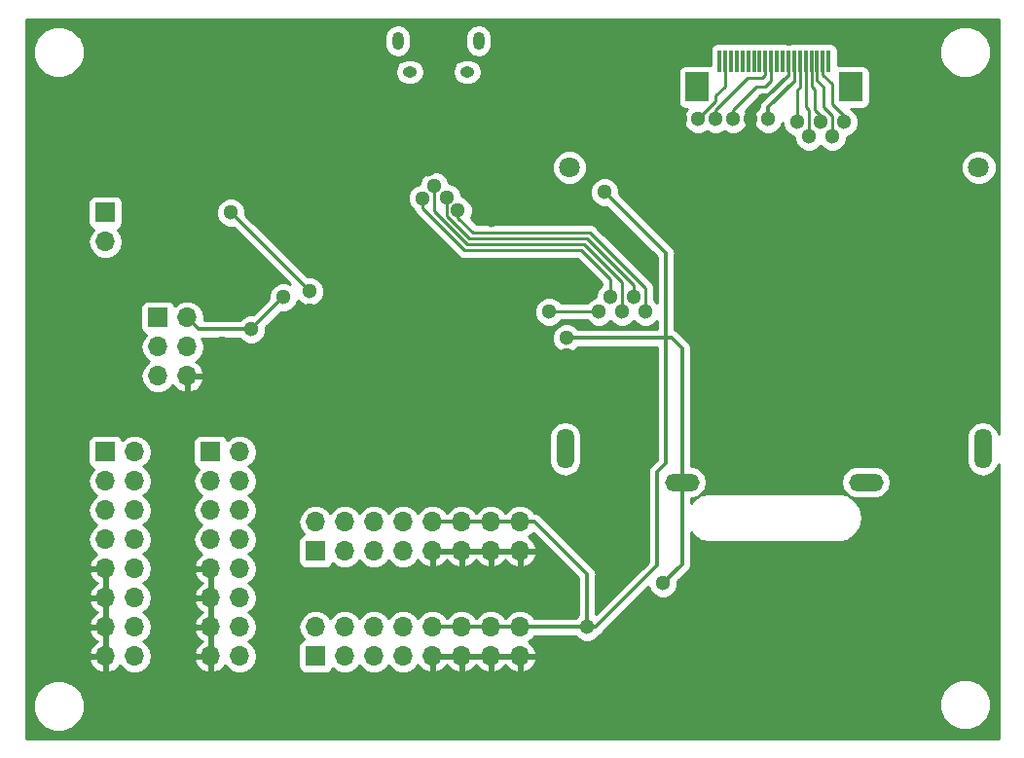
<source format=gbr>
G04 #@! TF.GenerationSoftware,KiCad,Pcbnew,(5.0.0-rc2-dev-311-g1dd4af297)*
G04 #@! TF.CreationDate,2018-04-09T10:09:18+02:00*
G04 #@! TF.ProjectId,DopplerXmega,446F70706C6572586D6567612E6B6963,rev?*
G04 #@! TF.SameCoordinates,PX6d01460PY3dc4fd0*
G04 #@! TF.FileFunction,Copper,L2,Bot,Signal*
G04 #@! TF.FilePolarity,Positive*
%FSLAX46Y46*%
G04 Gerber Fmt 4.6, Leading zero omitted, Abs format (unit mm)*
G04 Created by KiCad (PCBNEW (5.0.0-rc2-dev-311-g1dd4af297)) date 04/09/18 10:09:18*
%MOMM*%
%LPD*%
G01*
G04 APERTURE LIST*
%ADD10C,1.800000*%
%ADD11O,1.500000X3.500000*%
%ADD12O,3.000000X1.500000*%
%ADD13R,2.000000X2.500000*%
%ADD14R,0.300000X1.950000*%
%ADD15R,1.700000X1.700000*%
%ADD16O,1.700000X1.700000*%
%ADD17O,1.250000X0.950000*%
%ADD18O,1.000000X1.550000*%
%ADD19C,1.300000*%
%ADD20C,0.304800*%
%ADD21C,0.250000*%
%ADD22C,0.254000*%
G04 APERTURE END LIST*
D10*
X47986000Y-13588000D03*
X83586000Y-13588000D03*
D11*
X47636000Y-38088000D03*
X83936000Y-38088000D03*
D12*
X57786000Y-40988000D03*
X73786000Y-40988000D03*
D13*
X59096000Y-6604000D03*
X72476000Y-6604000D03*
D14*
X61036000Y-4379000D03*
X61536000Y-4379000D03*
X62036000Y-4379000D03*
X62536000Y-4379000D03*
X63036000Y-4379000D03*
X63536000Y-4379000D03*
X64036000Y-4379000D03*
X64536000Y-4379000D03*
X65036000Y-4379000D03*
X65536000Y-4379000D03*
X66036000Y-4379000D03*
X66536000Y-4379000D03*
X67036000Y-4379000D03*
X67536000Y-4379000D03*
X68036000Y-4379000D03*
X68536000Y-4379000D03*
X69036000Y-4379000D03*
X69536000Y-4379000D03*
X70036000Y-4379000D03*
X70536000Y-4379000D03*
D15*
X16764000Y-38354000D03*
D16*
X19304000Y-38354000D03*
X16764000Y-40894000D03*
X19304000Y-40894000D03*
X16764000Y-43434000D03*
X19304000Y-43434000D03*
X16764000Y-45974000D03*
X19304000Y-45974000D03*
X16764000Y-48514000D03*
X19304000Y-48514000D03*
X16764000Y-51054000D03*
X19304000Y-51054000D03*
X16764000Y-53594000D03*
X19304000Y-53594000D03*
X16764000Y-56134000D03*
X19304000Y-56134000D03*
D17*
X39076000Y-5287000D03*
X34076000Y-5287000D03*
D18*
X40076000Y-2587000D03*
X33076000Y-2587000D03*
D15*
X12192000Y-26670000D03*
D16*
X14732000Y-26670000D03*
X12192000Y-29210000D03*
X14732000Y-29210000D03*
X12192000Y-31750000D03*
X14732000Y-31750000D03*
D15*
X25908000Y-46990000D03*
D16*
X25908000Y-44450000D03*
X28448000Y-46990000D03*
X28448000Y-44450000D03*
X30988000Y-46990000D03*
X30988000Y-44450000D03*
X33528000Y-46990000D03*
X33528000Y-44450000D03*
X36068000Y-46990000D03*
X36068000Y-44450000D03*
X38608000Y-46990000D03*
X38608000Y-44450000D03*
X41148000Y-46990000D03*
X41148000Y-44450000D03*
X43688000Y-46990000D03*
X43688000Y-44450000D03*
D15*
X25908000Y-56134000D03*
D16*
X25908000Y-53594000D03*
X28448000Y-56134000D03*
X28448000Y-53594000D03*
X30988000Y-56134000D03*
X30988000Y-53594000D03*
X33528000Y-56134000D03*
X33528000Y-53594000D03*
X36068000Y-56134000D03*
X36068000Y-53594000D03*
X38608000Y-56134000D03*
X38608000Y-53594000D03*
X41148000Y-56134000D03*
X41148000Y-53594000D03*
X43688000Y-56134000D03*
X43688000Y-53594000D03*
D15*
X7620000Y-38354000D03*
D16*
X10160000Y-38354000D03*
X7620000Y-40894000D03*
X10160000Y-40894000D03*
X7620000Y-43434000D03*
X10160000Y-43434000D03*
X7620000Y-45974000D03*
X10160000Y-45974000D03*
X7620000Y-48514000D03*
X10160000Y-48514000D03*
X7620000Y-51054000D03*
X10160000Y-51054000D03*
X7620000Y-53594000D03*
X10160000Y-53594000D03*
X7620000Y-56134000D03*
X10160000Y-56134000D03*
D15*
X7620000Y-17526000D03*
D16*
X7620000Y-20066000D03*
D19*
X49530000Y-53594000D03*
X17780000Y-28956000D03*
X47752000Y-29972000D03*
X74930000Y-45974000D03*
X59182000Y-54102000D03*
X69342000Y-48006000D03*
X19812000Y-14986000D03*
X30988000Y-3175000D03*
X35560000Y-7366000D03*
X41271484Y-8145106D03*
X43561000Y-12319000D03*
X35747327Y-13758200D03*
X63754000Y-9398000D03*
X57658000Y-9398000D03*
X25425400Y-26009600D03*
X41249600Y-40259000D03*
X33248600Y-18161000D03*
X41249600Y-18161000D03*
X50355500Y-7620000D03*
X23114000Y-24892000D03*
X20320000Y-27686000D03*
X47752000Y-28448000D03*
X51054000Y-15748000D03*
X56134000Y-49784000D03*
X65278000Y-9398000D03*
X71882000Y-9652000D03*
X70866000Y-10922000D03*
X69850000Y-9652000D03*
X68834000Y-10922000D03*
X67818000Y-9652000D03*
X51562000Y-24892000D03*
X35218566Y-16281805D03*
X53594000Y-24892000D03*
X37311327Y-16220435D03*
X46228000Y-26162000D03*
X50546000Y-26162000D03*
X52578000Y-26162000D03*
X36233455Y-15177254D03*
X25400000Y-24384000D03*
X18542000Y-17526000D03*
X60706000Y-9398000D03*
X62230000Y-9398000D03*
X59182000Y-9398000D03*
X54610000Y-26162000D03*
X38291339Y-17356046D03*
D20*
X41402000Y-8275622D02*
X41271484Y-8145106D01*
X41402000Y-8636000D02*
X41402000Y-8275622D01*
D21*
X67036000Y-4379000D02*
X67036000Y-5608000D01*
D20*
X63754000Y-8382000D02*
X63754000Y-9398000D01*
X64770000Y-7366000D02*
X63754000Y-8382000D01*
X65278000Y-7366000D02*
X64770000Y-7366000D01*
X67036000Y-5608000D02*
X65278000Y-7366000D01*
X57658000Y-9398000D02*
X57404000Y-9398000D01*
X25425400Y-26009600D02*
X24993600Y-26009600D01*
X41224200Y-40284400D02*
X41224200Y-40868600D01*
X41249600Y-40259000D02*
X41224200Y-40284400D01*
X33248600Y-18161000D02*
X33248600Y-17475200D01*
X41224200Y-18186400D02*
X40563800Y-18186400D01*
X41249600Y-18161000D02*
X41224200Y-18186400D01*
X14732000Y-26670000D02*
X15748000Y-27686000D01*
X15748000Y-27686000D02*
X20320000Y-27686000D01*
X20320000Y-27686000D02*
X23114000Y-24892000D01*
X38608000Y-53594000D02*
X36068000Y-53594000D01*
X41148000Y-53594000D02*
X38608000Y-53594000D01*
X43688000Y-53594000D02*
X41148000Y-53594000D01*
X38608000Y-44450000D02*
X36068000Y-44450000D01*
X41148000Y-44450000D02*
X38608000Y-44450000D01*
X43688000Y-44450000D02*
X41148000Y-44450000D01*
X56388000Y-28448000D02*
X56388000Y-39370000D01*
X55626000Y-40132000D02*
X55626000Y-48260000D01*
X56388000Y-39370000D02*
X55626000Y-40132000D01*
X55626000Y-48260000D02*
X50292000Y-53594000D01*
X50292000Y-53594000D02*
X49530000Y-53594000D01*
X43688000Y-53594000D02*
X49530000Y-53594000D01*
X49530000Y-49022000D02*
X44958000Y-44450000D01*
X44958000Y-44450000D02*
X43688000Y-44450000D01*
X49530000Y-53594000D02*
X49530000Y-49022000D01*
X57786000Y-40988000D02*
X57786000Y-48132000D01*
X57786000Y-48132000D02*
X56134000Y-49784000D01*
X56388000Y-28448000D02*
X56896000Y-28448000D01*
X56896000Y-28448000D02*
X57786000Y-29338000D01*
X57786000Y-29338000D02*
X57786000Y-40988000D01*
X47752000Y-28448000D02*
X56388000Y-28448000D01*
X56388000Y-21082000D02*
X56388000Y-27686000D01*
X51054000Y-15748000D02*
X56388000Y-21082000D01*
X56388000Y-28448000D02*
X56388000Y-27686000D01*
D21*
X67536000Y-4379000D02*
X67536000Y-6124000D01*
D20*
X67536000Y-6124000D02*
X65278000Y-8382000D01*
X65278000Y-8382000D02*
X65278000Y-9398000D01*
D21*
X71882000Y-9652000D02*
X71882000Y-9144000D01*
X70036000Y-5520000D02*
X70866000Y-6350000D01*
X70866000Y-6350000D02*
X70866000Y-8128000D01*
X70036000Y-5520000D02*
X70036000Y-4379000D01*
X70866000Y-8128000D02*
X71120000Y-8382000D01*
X71120000Y-8382000D02*
X71882000Y-9144000D01*
X70104000Y-7874000D02*
X70104000Y-8382000D01*
X69536000Y-6036000D02*
X69536000Y-4379000D01*
X69536000Y-6036000D02*
X70104000Y-6604000D01*
X70104000Y-6604000D02*
X70104000Y-7874000D01*
X70104000Y-8382000D02*
X70866000Y-9144000D01*
X70866000Y-10922000D02*
X70866000Y-9144000D01*
X69342000Y-7874000D02*
X69342000Y-8636000D01*
X69342000Y-6858000D02*
X69342000Y-7874000D01*
X69036000Y-6552000D02*
X69342000Y-6858000D01*
X69036000Y-4379000D02*
X69036000Y-6552000D01*
X69850000Y-9144000D02*
X69850000Y-9652000D01*
X69342000Y-8636000D02*
X69850000Y-9144000D01*
X68834000Y-10922000D02*
X68834000Y-8636000D01*
X68536000Y-4379000D02*
X68536000Y-8338000D01*
X68536000Y-8338000D02*
X68834000Y-8636000D01*
X68036000Y-4379000D02*
X68036000Y-6640000D01*
X67818000Y-6858000D02*
X67818000Y-9652000D01*
X68036000Y-6640000D02*
X67818000Y-6858000D01*
X51562000Y-24892000D02*
X51562000Y-23368000D01*
X51562000Y-23368000D02*
X49022000Y-20828000D01*
X49022000Y-20828000D02*
X38862000Y-20828000D01*
X38862000Y-20828000D02*
X35218566Y-17184566D01*
X35218566Y-17184566D02*
X35218566Y-16281805D01*
X37311327Y-16220435D02*
X37311327Y-17815331D01*
X37311327Y-17815331D02*
X39307996Y-19812000D01*
X39307996Y-19812000D02*
X49530000Y-19812000D01*
X49530000Y-19812000D02*
X53594000Y-23876000D01*
X53594000Y-23876000D02*
X53594000Y-24892000D01*
X46228000Y-26162000D02*
X50546000Y-26162000D01*
X36233455Y-15177254D02*
X36233455Y-17437455D01*
X52578000Y-23622000D02*
X52578000Y-26162000D01*
X36233455Y-17437455D02*
X39116000Y-20320000D01*
X39116000Y-20320000D02*
X49276000Y-20320000D01*
X49276000Y-20320000D02*
X52578000Y-23622000D01*
X25400000Y-24384000D02*
X18542000Y-17526000D01*
X62992000Y-6350000D02*
X60706000Y-8636000D01*
X63500000Y-5842000D02*
X62992000Y-6350000D01*
X64770000Y-5842000D02*
X63500000Y-5842000D01*
X65036000Y-5576000D02*
X64770000Y-5842000D01*
X65036000Y-5576000D02*
X65036000Y-4379000D01*
X60706000Y-8636000D02*
X60706000Y-9398000D01*
X65536000Y-6092000D02*
X65024000Y-6604000D01*
X65536000Y-4379000D02*
X65536000Y-6092000D01*
X62230000Y-8636000D02*
X62230000Y-9398000D01*
X64262000Y-6604000D02*
X62230000Y-8636000D01*
X65024000Y-6604000D02*
X64262000Y-6604000D01*
X59182000Y-9398000D02*
X60706000Y-7874000D01*
X61536000Y-4379000D02*
X61536000Y-6028000D01*
X61536000Y-6536000D02*
X61536000Y-6028000D01*
X60706000Y-7366000D02*
X61536000Y-6536000D01*
X60706000Y-7874000D02*
X60706000Y-7366000D01*
X38291339Y-17356046D02*
X38291339Y-17971339D01*
X38291339Y-17971339D02*
X39624000Y-19304000D01*
X39624000Y-19304000D02*
X49784000Y-19304000D01*
X49784000Y-19304000D02*
X54610000Y-24130000D01*
X54610000Y-24130000D02*
X54610000Y-25242762D01*
X54610000Y-25242762D02*
X54610000Y-26162000D01*
D22*
G36*
X85290001Y-36795748D02*
X85240641Y-36547600D01*
X84934528Y-36089471D01*
X84476399Y-35783359D01*
X83936000Y-35675867D01*
X83395600Y-35783359D01*
X82937471Y-36089472D01*
X82631359Y-36547601D01*
X82551000Y-36951594D01*
X82551001Y-39224407D01*
X82631360Y-39628400D01*
X82937472Y-40086529D01*
X83395601Y-40392641D01*
X83936000Y-40500133D01*
X84476400Y-40392641D01*
X84934529Y-40086529D01*
X85240641Y-39628400D01*
X85290001Y-39380252D01*
X85290001Y-63290000D01*
X710000Y-63290000D01*
X710000Y-60007431D01*
X1321000Y-60007431D01*
X1321000Y-60896569D01*
X1661259Y-61718026D01*
X2289974Y-62346741D01*
X3111431Y-62687000D01*
X4000569Y-62687000D01*
X4822026Y-62346741D01*
X5450741Y-61718026D01*
X5791000Y-60896569D01*
X5791000Y-60007431D01*
X5738395Y-59880431D01*
X80188000Y-59880431D01*
X80188000Y-60769569D01*
X80528259Y-61591026D01*
X81156974Y-62219741D01*
X81978431Y-62560000D01*
X82867569Y-62560000D01*
X83689026Y-62219741D01*
X84317741Y-61591026D01*
X84658000Y-60769569D01*
X84658000Y-59880431D01*
X84317741Y-59058974D01*
X83689026Y-58430259D01*
X82867569Y-58090000D01*
X81978431Y-58090000D01*
X81156974Y-58430259D01*
X80528259Y-59058974D01*
X80188000Y-59880431D01*
X5738395Y-59880431D01*
X5450741Y-59185974D01*
X4822026Y-58557259D01*
X4000569Y-58217000D01*
X3111431Y-58217000D01*
X2289974Y-58557259D01*
X1661259Y-59185974D01*
X1321000Y-60007431D01*
X710000Y-60007431D01*
X710000Y-56490890D01*
X6178524Y-56490890D01*
X6348355Y-56900924D01*
X6738642Y-57329183D01*
X7263108Y-57575486D01*
X7493000Y-57454819D01*
X7493000Y-56261000D01*
X6299845Y-56261000D01*
X6178524Y-56490890D01*
X710000Y-56490890D01*
X710000Y-53950890D01*
X6178524Y-53950890D01*
X6348355Y-54360924D01*
X6738642Y-54789183D01*
X6897954Y-54864000D01*
X6738642Y-54938817D01*
X6348355Y-55367076D01*
X6178524Y-55777110D01*
X6299845Y-56007000D01*
X7493000Y-56007000D01*
X7493000Y-53721000D01*
X6299845Y-53721000D01*
X6178524Y-53950890D01*
X710000Y-53950890D01*
X710000Y-51410890D01*
X6178524Y-51410890D01*
X6348355Y-51820924D01*
X6738642Y-52249183D01*
X6897954Y-52324000D01*
X6738642Y-52398817D01*
X6348355Y-52827076D01*
X6178524Y-53237110D01*
X6299845Y-53467000D01*
X7493000Y-53467000D01*
X7493000Y-51181000D01*
X6299845Y-51181000D01*
X6178524Y-51410890D01*
X710000Y-51410890D01*
X710000Y-48870890D01*
X6178524Y-48870890D01*
X6348355Y-49280924D01*
X6738642Y-49709183D01*
X6897954Y-49784000D01*
X6738642Y-49858817D01*
X6348355Y-50287076D01*
X6178524Y-50697110D01*
X6299845Y-50927000D01*
X7493000Y-50927000D01*
X7493000Y-48641000D01*
X6299845Y-48641000D01*
X6178524Y-48870890D01*
X710000Y-48870890D01*
X710000Y-40894000D01*
X6105908Y-40894000D01*
X6221161Y-41473418D01*
X6549375Y-41964625D01*
X6847761Y-42164000D01*
X6549375Y-42363375D01*
X6221161Y-42854582D01*
X6105908Y-43434000D01*
X6221161Y-44013418D01*
X6549375Y-44504625D01*
X6847761Y-44704000D01*
X6549375Y-44903375D01*
X6221161Y-45394582D01*
X6105908Y-45974000D01*
X6221161Y-46553418D01*
X6549375Y-47044625D01*
X6868478Y-47257843D01*
X6738642Y-47318817D01*
X6348355Y-47747076D01*
X6178524Y-48157110D01*
X6299845Y-48387000D01*
X7493000Y-48387000D01*
X7493000Y-48367000D01*
X7747000Y-48367000D01*
X7747000Y-48387000D01*
X7767000Y-48387000D01*
X7767000Y-48641000D01*
X7747000Y-48641000D01*
X7747000Y-50927000D01*
X7767000Y-50927000D01*
X7767000Y-51181000D01*
X7747000Y-51181000D01*
X7747000Y-53467000D01*
X7767000Y-53467000D01*
X7767000Y-53721000D01*
X7747000Y-53721000D01*
X7747000Y-56007000D01*
X7767000Y-56007000D01*
X7767000Y-56261000D01*
X7747000Y-56261000D01*
X7747000Y-57454819D01*
X7976892Y-57575486D01*
X8501358Y-57329183D01*
X8888647Y-56904214D01*
X9089375Y-57204625D01*
X9580582Y-57532839D01*
X10013744Y-57619000D01*
X10306256Y-57619000D01*
X10739418Y-57532839D01*
X11230625Y-57204625D01*
X11558839Y-56713418D01*
X11603102Y-56490890D01*
X15322524Y-56490890D01*
X15492355Y-56900924D01*
X15882642Y-57329183D01*
X16407108Y-57575486D01*
X16637000Y-57454819D01*
X16637000Y-56261000D01*
X15443845Y-56261000D01*
X15322524Y-56490890D01*
X11603102Y-56490890D01*
X11674092Y-56134000D01*
X11558839Y-55554582D01*
X11230625Y-55063375D01*
X10932239Y-54864000D01*
X11230625Y-54664625D01*
X11558839Y-54173418D01*
X11603102Y-53950890D01*
X15322524Y-53950890D01*
X15492355Y-54360924D01*
X15882642Y-54789183D01*
X16041954Y-54864000D01*
X15882642Y-54938817D01*
X15492355Y-55367076D01*
X15322524Y-55777110D01*
X15443845Y-56007000D01*
X16637000Y-56007000D01*
X16637000Y-53721000D01*
X15443845Y-53721000D01*
X15322524Y-53950890D01*
X11603102Y-53950890D01*
X11674092Y-53594000D01*
X11558839Y-53014582D01*
X11230625Y-52523375D01*
X10932239Y-52324000D01*
X11230625Y-52124625D01*
X11558839Y-51633418D01*
X11603102Y-51410890D01*
X15322524Y-51410890D01*
X15492355Y-51820924D01*
X15882642Y-52249183D01*
X16041954Y-52324000D01*
X15882642Y-52398817D01*
X15492355Y-52827076D01*
X15322524Y-53237110D01*
X15443845Y-53467000D01*
X16637000Y-53467000D01*
X16637000Y-51181000D01*
X15443845Y-51181000D01*
X15322524Y-51410890D01*
X11603102Y-51410890D01*
X11674092Y-51054000D01*
X11558839Y-50474582D01*
X11230625Y-49983375D01*
X10932239Y-49784000D01*
X11230625Y-49584625D01*
X11558839Y-49093418D01*
X11603102Y-48870890D01*
X15322524Y-48870890D01*
X15492355Y-49280924D01*
X15882642Y-49709183D01*
X16041954Y-49784000D01*
X15882642Y-49858817D01*
X15492355Y-50287076D01*
X15322524Y-50697110D01*
X15443845Y-50927000D01*
X16637000Y-50927000D01*
X16637000Y-48641000D01*
X15443845Y-48641000D01*
X15322524Y-48870890D01*
X11603102Y-48870890D01*
X11674092Y-48514000D01*
X11558839Y-47934582D01*
X11230625Y-47443375D01*
X10932239Y-47244000D01*
X11230625Y-47044625D01*
X11558839Y-46553418D01*
X11674092Y-45974000D01*
X11558839Y-45394582D01*
X11230625Y-44903375D01*
X10932239Y-44704000D01*
X11230625Y-44504625D01*
X11558839Y-44013418D01*
X11674092Y-43434000D01*
X11558839Y-42854582D01*
X11230625Y-42363375D01*
X10932239Y-42164000D01*
X11230625Y-41964625D01*
X11558839Y-41473418D01*
X11674092Y-40894000D01*
X15249908Y-40894000D01*
X15365161Y-41473418D01*
X15693375Y-41964625D01*
X15991761Y-42164000D01*
X15693375Y-42363375D01*
X15365161Y-42854582D01*
X15249908Y-43434000D01*
X15365161Y-44013418D01*
X15693375Y-44504625D01*
X15991761Y-44704000D01*
X15693375Y-44903375D01*
X15365161Y-45394582D01*
X15249908Y-45974000D01*
X15365161Y-46553418D01*
X15693375Y-47044625D01*
X16012478Y-47257843D01*
X15882642Y-47318817D01*
X15492355Y-47747076D01*
X15322524Y-48157110D01*
X15443845Y-48387000D01*
X16637000Y-48387000D01*
X16637000Y-48367000D01*
X16891000Y-48367000D01*
X16891000Y-48387000D01*
X16911000Y-48387000D01*
X16911000Y-48641000D01*
X16891000Y-48641000D01*
X16891000Y-50927000D01*
X16911000Y-50927000D01*
X16911000Y-51181000D01*
X16891000Y-51181000D01*
X16891000Y-53467000D01*
X16911000Y-53467000D01*
X16911000Y-53721000D01*
X16891000Y-53721000D01*
X16891000Y-56007000D01*
X16911000Y-56007000D01*
X16911000Y-56261000D01*
X16891000Y-56261000D01*
X16891000Y-57454819D01*
X17120892Y-57575486D01*
X17645358Y-57329183D01*
X18032647Y-56904214D01*
X18233375Y-57204625D01*
X18724582Y-57532839D01*
X19157744Y-57619000D01*
X19450256Y-57619000D01*
X19883418Y-57532839D01*
X20374625Y-57204625D01*
X20702839Y-56713418D01*
X20818092Y-56134000D01*
X20702839Y-55554582D01*
X20374625Y-55063375D01*
X20076239Y-54864000D01*
X20374625Y-54664625D01*
X20702839Y-54173418D01*
X20818092Y-53594000D01*
X20702839Y-53014582D01*
X20374625Y-52523375D01*
X20076239Y-52324000D01*
X20374625Y-52124625D01*
X20702839Y-51633418D01*
X20818092Y-51054000D01*
X20702839Y-50474582D01*
X20374625Y-49983375D01*
X20076239Y-49784000D01*
X20374625Y-49584625D01*
X20702839Y-49093418D01*
X20818092Y-48514000D01*
X20702839Y-47934582D01*
X20374625Y-47443375D01*
X20076239Y-47244000D01*
X20374625Y-47044625D01*
X20702839Y-46553418D01*
X20818092Y-45974000D01*
X20702839Y-45394582D01*
X20374625Y-44903375D01*
X20076239Y-44704000D01*
X20374625Y-44504625D01*
X20411124Y-44450000D01*
X24393908Y-44450000D01*
X24509161Y-45029418D01*
X24837375Y-45520625D01*
X24855619Y-45532816D01*
X24810235Y-45541843D01*
X24600191Y-45682191D01*
X24459843Y-45892235D01*
X24410560Y-46140000D01*
X24410560Y-47840000D01*
X24459843Y-48087765D01*
X24600191Y-48297809D01*
X24810235Y-48438157D01*
X25058000Y-48487440D01*
X26758000Y-48487440D01*
X27005765Y-48438157D01*
X27215809Y-48297809D01*
X27356157Y-48087765D01*
X27365184Y-48042381D01*
X27377375Y-48060625D01*
X27868582Y-48388839D01*
X28301744Y-48475000D01*
X28594256Y-48475000D01*
X29027418Y-48388839D01*
X29518625Y-48060625D01*
X29718000Y-47762239D01*
X29917375Y-48060625D01*
X30408582Y-48388839D01*
X30841744Y-48475000D01*
X31134256Y-48475000D01*
X31567418Y-48388839D01*
X32058625Y-48060625D01*
X32258000Y-47762239D01*
X32457375Y-48060625D01*
X32948582Y-48388839D01*
X33381744Y-48475000D01*
X33674256Y-48475000D01*
X34107418Y-48388839D01*
X34598625Y-48060625D01*
X34811843Y-47741522D01*
X34872817Y-47871358D01*
X35301076Y-48261645D01*
X35711110Y-48431476D01*
X35941000Y-48310155D01*
X35941000Y-47117000D01*
X36195000Y-47117000D01*
X36195000Y-48310155D01*
X36424890Y-48431476D01*
X36834924Y-48261645D01*
X37263183Y-47871358D01*
X37338000Y-47712046D01*
X37412817Y-47871358D01*
X37841076Y-48261645D01*
X38251110Y-48431476D01*
X38481000Y-48310155D01*
X38481000Y-47117000D01*
X38735000Y-47117000D01*
X38735000Y-48310155D01*
X38964890Y-48431476D01*
X39374924Y-48261645D01*
X39803183Y-47871358D01*
X39878000Y-47712046D01*
X39952817Y-47871358D01*
X40381076Y-48261645D01*
X40791110Y-48431476D01*
X41021000Y-48310155D01*
X41021000Y-47117000D01*
X41275000Y-47117000D01*
X41275000Y-48310155D01*
X41504890Y-48431476D01*
X41914924Y-48261645D01*
X42343183Y-47871358D01*
X42418000Y-47712046D01*
X42492817Y-47871358D01*
X42921076Y-48261645D01*
X43331110Y-48431476D01*
X43561000Y-48310155D01*
X43561000Y-47117000D01*
X43815000Y-47117000D01*
X43815000Y-48310155D01*
X44044890Y-48431476D01*
X44454924Y-48261645D01*
X44883183Y-47871358D01*
X45129486Y-47346892D01*
X45008819Y-47117000D01*
X43815000Y-47117000D01*
X43561000Y-47117000D01*
X41275000Y-47117000D01*
X41021000Y-47117000D01*
X38735000Y-47117000D01*
X38481000Y-47117000D01*
X36195000Y-47117000D01*
X35941000Y-47117000D01*
X35921000Y-47117000D01*
X35921000Y-46863000D01*
X35941000Y-46863000D01*
X35941000Y-46843000D01*
X36195000Y-46843000D01*
X36195000Y-46863000D01*
X38481000Y-46863000D01*
X38481000Y-46843000D01*
X38735000Y-46843000D01*
X38735000Y-46863000D01*
X41021000Y-46863000D01*
X41021000Y-46843000D01*
X41275000Y-46843000D01*
X41275000Y-46863000D01*
X43561000Y-46863000D01*
X43561000Y-46843000D01*
X43815000Y-46843000D01*
X43815000Y-46863000D01*
X45008819Y-46863000D01*
X45129486Y-46633108D01*
X44883183Y-46108642D01*
X44458214Y-45721353D01*
X44758625Y-45520625D01*
X44821290Y-45426841D01*
X48742601Y-49348153D01*
X48742600Y-52564135D01*
X48500135Y-52806600D01*
X44947870Y-52806600D01*
X44758625Y-52523375D01*
X44267418Y-52195161D01*
X43834256Y-52109000D01*
X43541744Y-52109000D01*
X43108582Y-52195161D01*
X42617375Y-52523375D01*
X42428130Y-52806600D01*
X42407870Y-52806600D01*
X42218625Y-52523375D01*
X41727418Y-52195161D01*
X41294256Y-52109000D01*
X41001744Y-52109000D01*
X40568582Y-52195161D01*
X40077375Y-52523375D01*
X39888130Y-52806600D01*
X39867870Y-52806600D01*
X39678625Y-52523375D01*
X39187418Y-52195161D01*
X38754256Y-52109000D01*
X38461744Y-52109000D01*
X38028582Y-52195161D01*
X37537375Y-52523375D01*
X37348130Y-52806600D01*
X37327870Y-52806600D01*
X37138625Y-52523375D01*
X36647418Y-52195161D01*
X36214256Y-52109000D01*
X35921744Y-52109000D01*
X35488582Y-52195161D01*
X34997375Y-52523375D01*
X34798000Y-52821761D01*
X34598625Y-52523375D01*
X34107418Y-52195161D01*
X33674256Y-52109000D01*
X33381744Y-52109000D01*
X32948582Y-52195161D01*
X32457375Y-52523375D01*
X32258000Y-52821761D01*
X32058625Y-52523375D01*
X31567418Y-52195161D01*
X31134256Y-52109000D01*
X30841744Y-52109000D01*
X30408582Y-52195161D01*
X29917375Y-52523375D01*
X29718000Y-52821761D01*
X29518625Y-52523375D01*
X29027418Y-52195161D01*
X28594256Y-52109000D01*
X28301744Y-52109000D01*
X27868582Y-52195161D01*
X27377375Y-52523375D01*
X27178000Y-52821761D01*
X26978625Y-52523375D01*
X26487418Y-52195161D01*
X26054256Y-52109000D01*
X25761744Y-52109000D01*
X25328582Y-52195161D01*
X24837375Y-52523375D01*
X24509161Y-53014582D01*
X24393908Y-53594000D01*
X24509161Y-54173418D01*
X24837375Y-54664625D01*
X24855619Y-54676816D01*
X24810235Y-54685843D01*
X24600191Y-54826191D01*
X24459843Y-55036235D01*
X24410560Y-55284000D01*
X24410560Y-56984000D01*
X24459843Y-57231765D01*
X24600191Y-57441809D01*
X24810235Y-57582157D01*
X25058000Y-57631440D01*
X26758000Y-57631440D01*
X27005765Y-57582157D01*
X27215809Y-57441809D01*
X27356157Y-57231765D01*
X27365184Y-57186381D01*
X27377375Y-57204625D01*
X27868582Y-57532839D01*
X28301744Y-57619000D01*
X28594256Y-57619000D01*
X29027418Y-57532839D01*
X29518625Y-57204625D01*
X29718000Y-56906239D01*
X29917375Y-57204625D01*
X30408582Y-57532839D01*
X30841744Y-57619000D01*
X31134256Y-57619000D01*
X31567418Y-57532839D01*
X32058625Y-57204625D01*
X32258000Y-56906239D01*
X32457375Y-57204625D01*
X32948582Y-57532839D01*
X33381744Y-57619000D01*
X33674256Y-57619000D01*
X34107418Y-57532839D01*
X34598625Y-57204625D01*
X34811843Y-56885522D01*
X34872817Y-57015358D01*
X35301076Y-57405645D01*
X35711110Y-57575476D01*
X35941000Y-57454155D01*
X35941000Y-56261000D01*
X36195000Y-56261000D01*
X36195000Y-57454155D01*
X36424890Y-57575476D01*
X36834924Y-57405645D01*
X37263183Y-57015358D01*
X37338000Y-56856046D01*
X37412817Y-57015358D01*
X37841076Y-57405645D01*
X38251110Y-57575476D01*
X38481000Y-57454155D01*
X38481000Y-56261000D01*
X38735000Y-56261000D01*
X38735000Y-57454155D01*
X38964890Y-57575476D01*
X39374924Y-57405645D01*
X39803183Y-57015358D01*
X39878000Y-56856046D01*
X39952817Y-57015358D01*
X40381076Y-57405645D01*
X40791110Y-57575476D01*
X41021000Y-57454155D01*
X41021000Y-56261000D01*
X41275000Y-56261000D01*
X41275000Y-57454155D01*
X41504890Y-57575476D01*
X41914924Y-57405645D01*
X42343183Y-57015358D01*
X42418000Y-56856046D01*
X42492817Y-57015358D01*
X42921076Y-57405645D01*
X43331110Y-57575476D01*
X43561000Y-57454155D01*
X43561000Y-56261000D01*
X43815000Y-56261000D01*
X43815000Y-57454155D01*
X44044890Y-57575476D01*
X44454924Y-57405645D01*
X44883183Y-57015358D01*
X45129486Y-56490892D01*
X45008819Y-56261000D01*
X43815000Y-56261000D01*
X43561000Y-56261000D01*
X41275000Y-56261000D01*
X41021000Y-56261000D01*
X38735000Y-56261000D01*
X38481000Y-56261000D01*
X36195000Y-56261000D01*
X35941000Y-56261000D01*
X35921000Y-56261000D01*
X35921000Y-56007000D01*
X35941000Y-56007000D01*
X35941000Y-55987000D01*
X36195000Y-55987000D01*
X36195000Y-56007000D01*
X38481000Y-56007000D01*
X38481000Y-55987000D01*
X38735000Y-55987000D01*
X38735000Y-56007000D01*
X41021000Y-56007000D01*
X41021000Y-55987000D01*
X41275000Y-55987000D01*
X41275000Y-56007000D01*
X43561000Y-56007000D01*
X43561000Y-55987000D01*
X43815000Y-55987000D01*
X43815000Y-56007000D01*
X45008819Y-56007000D01*
X45129486Y-55777108D01*
X44883183Y-55252642D01*
X44458214Y-54865353D01*
X44758625Y-54664625D01*
X44947870Y-54381400D01*
X48500135Y-54381400D01*
X48802106Y-54683371D01*
X49274398Y-54879000D01*
X49785602Y-54879000D01*
X50257894Y-54683371D01*
X50618280Y-54322985D01*
X50859684Y-54161684D01*
X50903616Y-54095935D01*
X54881496Y-50118055D01*
X55044629Y-50511894D01*
X55406106Y-50873371D01*
X55878398Y-51069000D01*
X56389602Y-51069000D01*
X56861894Y-50873371D01*
X57223371Y-50511894D01*
X57419000Y-50039602D01*
X57419000Y-49612551D01*
X58287938Y-48743614D01*
X58353684Y-48699684D01*
X58527715Y-48439228D01*
X58573400Y-48209552D01*
X58573400Y-48209551D01*
X58588826Y-48132000D01*
X58573400Y-48054449D01*
X58573400Y-45367811D01*
X58746751Y-45627249D01*
X59452964Y-46099126D01*
X60075721Y-46223000D01*
X71496279Y-46223000D01*
X72119036Y-46099126D01*
X72825249Y-45627249D01*
X73297126Y-44921036D01*
X73462827Y-44088000D01*
X73297126Y-43254964D01*
X72825249Y-42548751D01*
X72119036Y-42076874D01*
X71496279Y-41953000D01*
X60075721Y-41953000D01*
X59452964Y-42076874D01*
X58746751Y-42548751D01*
X58573400Y-42808189D01*
X58573400Y-42373000D01*
X58672407Y-42373000D01*
X59076400Y-42292641D01*
X59534529Y-41986529D01*
X59840641Y-41528400D01*
X59948133Y-40988000D01*
X71623867Y-40988000D01*
X71731359Y-41528400D01*
X72037471Y-41986529D01*
X72495600Y-42292641D01*
X72899593Y-42373000D01*
X74672407Y-42373000D01*
X75076400Y-42292641D01*
X75534529Y-41986529D01*
X75840641Y-41528400D01*
X75948133Y-40988000D01*
X75840641Y-40447600D01*
X75534529Y-39989471D01*
X75076400Y-39683359D01*
X74672407Y-39603000D01*
X72899593Y-39603000D01*
X72495600Y-39683359D01*
X72037471Y-39989471D01*
X71731359Y-40447600D01*
X71623867Y-40988000D01*
X59948133Y-40988000D01*
X59840641Y-40447600D01*
X59534529Y-39989471D01*
X59076400Y-39683359D01*
X58672407Y-39603000D01*
X58573400Y-39603000D01*
X58573400Y-29415550D01*
X58588826Y-29337999D01*
X58556581Y-29175894D01*
X58527715Y-29030772D01*
X58353684Y-28770316D01*
X58287938Y-28726386D01*
X57507616Y-27946065D01*
X57463684Y-27880316D01*
X57203228Y-27706285D01*
X57175400Y-27700750D01*
X57175400Y-21159550D01*
X57190826Y-21081999D01*
X57174956Y-21002215D01*
X57129715Y-20774772D01*
X56955684Y-20514316D01*
X56889938Y-20470386D01*
X52339000Y-15919449D01*
X52339000Y-15492398D01*
X52143371Y-15020106D01*
X51781894Y-14658629D01*
X51309602Y-14463000D01*
X50798398Y-14463000D01*
X50326106Y-14658629D01*
X49964629Y-15020106D01*
X49769000Y-15492398D01*
X49769000Y-16003602D01*
X49964629Y-16475894D01*
X50326106Y-16837371D01*
X50798398Y-17033000D01*
X51225449Y-17033000D01*
X55600600Y-21408152D01*
X55600601Y-25335336D01*
X55370000Y-25104735D01*
X55370000Y-24204848D01*
X55384888Y-24130000D01*
X55370000Y-24055152D01*
X55370000Y-24055148D01*
X55325904Y-23833463D01*
X55325904Y-23833462D01*
X55200329Y-23645527D01*
X55157929Y-23582071D01*
X55094473Y-23539671D01*
X50374331Y-18819530D01*
X50331929Y-18756071D01*
X50080537Y-18588096D01*
X49858852Y-18544000D01*
X49858847Y-18544000D01*
X49784000Y-18529112D01*
X49709153Y-18544000D01*
X39938802Y-18544000D01*
X39409423Y-18014621D01*
X39576339Y-17611648D01*
X39576339Y-17100444D01*
X39380710Y-16628152D01*
X39019233Y-16266675D01*
X38596327Y-16091502D01*
X38596327Y-15964833D01*
X38400698Y-15492541D01*
X38039221Y-15131064D01*
X37566929Y-14935435D01*
X37518455Y-14935435D01*
X37518455Y-14921652D01*
X37322826Y-14449360D01*
X36961349Y-14087883D01*
X36489057Y-13892254D01*
X35977853Y-13892254D01*
X35505561Y-14087883D01*
X35144084Y-14449360D01*
X34948455Y-14921652D01*
X34948455Y-15002815D01*
X34490672Y-15192434D01*
X34129195Y-15553911D01*
X33933566Y-16026203D01*
X33933566Y-16537407D01*
X34129195Y-17009699D01*
X34478344Y-17358848D01*
X34502662Y-17481102D01*
X34670637Y-17732495D01*
X34734096Y-17774897D01*
X38271670Y-21312472D01*
X38314071Y-21375929D01*
X38377527Y-21418329D01*
X38565462Y-21543904D01*
X38601137Y-21551000D01*
X38787148Y-21588000D01*
X38787152Y-21588000D01*
X38862000Y-21602888D01*
X38936848Y-21588000D01*
X48707199Y-21588000D01*
X50802001Y-23682804D01*
X50802001Y-23834734D01*
X50472629Y-24164106D01*
X50277000Y-24636398D01*
X50277000Y-24882550D01*
X49818106Y-25072629D01*
X49488735Y-25402000D01*
X47285265Y-25402000D01*
X46955894Y-25072629D01*
X46483602Y-24877000D01*
X45972398Y-24877000D01*
X45500106Y-25072629D01*
X45138629Y-25434106D01*
X44943000Y-25906398D01*
X44943000Y-26417602D01*
X45138629Y-26889894D01*
X45500106Y-27251371D01*
X45972398Y-27447000D01*
X46483602Y-27447000D01*
X46955894Y-27251371D01*
X47285265Y-26922000D01*
X49488735Y-26922000D01*
X49818106Y-27251371D01*
X50290398Y-27447000D01*
X50801602Y-27447000D01*
X51273894Y-27251371D01*
X51562000Y-26963265D01*
X51850106Y-27251371D01*
X52322398Y-27447000D01*
X52833602Y-27447000D01*
X53305894Y-27251371D01*
X53594000Y-26963265D01*
X53882106Y-27251371D01*
X54354398Y-27447000D01*
X54865602Y-27447000D01*
X55337894Y-27251371D01*
X55600601Y-26988664D01*
X55600601Y-27608443D01*
X55600600Y-27608448D01*
X55600600Y-27660600D01*
X48781865Y-27660600D01*
X48479894Y-27358629D01*
X48007602Y-27163000D01*
X47496398Y-27163000D01*
X47024106Y-27358629D01*
X46662629Y-27720106D01*
X46467000Y-28192398D01*
X46467000Y-28703602D01*
X46662629Y-29175894D01*
X47024106Y-29537371D01*
X47496398Y-29733000D01*
X48007602Y-29733000D01*
X48479894Y-29537371D01*
X48781865Y-29235400D01*
X55600600Y-29235400D01*
X55600601Y-39043847D01*
X55124065Y-39520384D01*
X55058316Y-39564316D01*
X54884285Y-39824773D01*
X54861826Y-39937684D01*
X54823174Y-40132000D01*
X54838600Y-40209551D01*
X54838601Y-47933847D01*
X50317400Y-52455049D01*
X50317400Y-49099550D01*
X50332826Y-49021999D01*
X50303330Y-48873715D01*
X50271715Y-48714772D01*
X50097684Y-48454316D01*
X50031938Y-48410386D01*
X45569616Y-43948065D01*
X45525684Y-43882316D01*
X45265228Y-43708285D01*
X45035552Y-43662600D01*
X45035551Y-43662600D01*
X44958000Y-43647174D01*
X44939960Y-43650762D01*
X44758625Y-43379375D01*
X44267418Y-43051161D01*
X43834256Y-42965000D01*
X43541744Y-42965000D01*
X43108582Y-43051161D01*
X42617375Y-43379375D01*
X42428130Y-43662600D01*
X42407870Y-43662600D01*
X42218625Y-43379375D01*
X41727418Y-43051161D01*
X41294256Y-42965000D01*
X41001744Y-42965000D01*
X40568582Y-43051161D01*
X40077375Y-43379375D01*
X39888130Y-43662600D01*
X39867870Y-43662600D01*
X39678625Y-43379375D01*
X39187418Y-43051161D01*
X38754256Y-42965000D01*
X38461744Y-42965000D01*
X38028582Y-43051161D01*
X37537375Y-43379375D01*
X37348130Y-43662600D01*
X37327870Y-43662600D01*
X37138625Y-43379375D01*
X36647418Y-43051161D01*
X36214256Y-42965000D01*
X35921744Y-42965000D01*
X35488582Y-43051161D01*
X34997375Y-43379375D01*
X34798000Y-43677761D01*
X34598625Y-43379375D01*
X34107418Y-43051161D01*
X33674256Y-42965000D01*
X33381744Y-42965000D01*
X32948582Y-43051161D01*
X32457375Y-43379375D01*
X32258000Y-43677761D01*
X32058625Y-43379375D01*
X31567418Y-43051161D01*
X31134256Y-42965000D01*
X30841744Y-42965000D01*
X30408582Y-43051161D01*
X29917375Y-43379375D01*
X29718000Y-43677761D01*
X29518625Y-43379375D01*
X29027418Y-43051161D01*
X28594256Y-42965000D01*
X28301744Y-42965000D01*
X27868582Y-43051161D01*
X27377375Y-43379375D01*
X27178000Y-43677761D01*
X26978625Y-43379375D01*
X26487418Y-43051161D01*
X26054256Y-42965000D01*
X25761744Y-42965000D01*
X25328582Y-43051161D01*
X24837375Y-43379375D01*
X24509161Y-43870582D01*
X24393908Y-44450000D01*
X20411124Y-44450000D01*
X20702839Y-44013418D01*
X20818092Y-43434000D01*
X20702839Y-42854582D01*
X20374625Y-42363375D01*
X20076239Y-42164000D01*
X20374625Y-41964625D01*
X20702839Y-41473418D01*
X20818092Y-40894000D01*
X20702839Y-40314582D01*
X20374625Y-39823375D01*
X20076239Y-39624000D01*
X20374625Y-39424625D01*
X20702839Y-38933418D01*
X20818092Y-38354000D01*
X20702839Y-37774582D01*
X20374625Y-37283375D01*
X19883418Y-36955161D01*
X19865486Y-36951594D01*
X46251000Y-36951594D01*
X46251001Y-39224407D01*
X46331360Y-39628400D01*
X46637472Y-40086529D01*
X47095601Y-40392641D01*
X47636000Y-40500133D01*
X48176400Y-40392641D01*
X48634529Y-40086529D01*
X48940641Y-39628400D01*
X49021000Y-39224407D01*
X49021000Y-36951593D01*
X48940641Y-36547600D01*
X48634528Y-36089471D01*
X48176399Y-35783359D01*
X47636000Y-35675867D01*
X47095600Y-35783359D01*
X46637471Y-36089472D01*
X46331359Y-36547601D01*
X46251000Y-36951594D01*
X19865486Y-36951594D01*
X19450256Y-36869000D01*
X19157744Y-36869000D01*
X18724582Y-36955161D01*
X18233375Y-37283375D01*
X18221184Y-37301619D01*
X18212157Y-37256235D01*
X18071809Y-37046191D01*
X17861765Y-36905843D01*
X17614000Y-36856560D01*
X15914000Y-36856560D01*
X15666235Y-36905843D01*
X15456191Y-37046191D01*
X15315843Y-37256235D01*
X15266560Y-37504000D01*
X15266560Y-39204000D01*
X15315843Y-39451765D01*
X15456191Y-39661809D01*
X15666235Y-39802157D01*
X15711619Y-39811184D01*
X15693375Y-39823375D01*
X15365161Y-40314582D01*
X15249908Y-40894000D01*
X11674092Y-40894000D01*
X11558839Y-40314582D01*
X11230625Y-39823375D01*
X10932239Y-39624000D01*
X11230625Y-39424625D01*
X11558839Y-38933418D01*
X11674092Y-38354000D01*
X11558839Y-37774582D01*
X11230625Y-37283375D01*
X10739418Y-36955161D01*
X10306256Y-36869000D01*
X10013744Y-36869000D01*
X9580582Y-36955161D01*
X9089375Y-37283375D01*
X9077184Y-37301619D01*
X9068157Y-37256235D01*
X8927809Y-37046191D01*
X8717765Y-36905843D01*
X8470000Y-36856560D01*
X6770000Y-36856560D01*
X6522235Y-36905843D01*
X6312191Y-37046191D01*
X6171843Y-37256235D01*
X6122560Y-37504000D01*
X6122560Y-39204000D01*
X6171843Y-39451765D01*
X6312191Y-39661809D01*
X6522235Y-39802157D01*
X6567619Y-39811184D01*
X6549375Y-39823375D01*
X6221161Y-40314582D01*
X6105908Y-40894000D01*
X710000Y-40894000D01*
X710000Y-29210000D01*
X10677908Y-29210000D01*
X10793161Y-29789418D01*
X11121375Y-30280625D01*
X11419761Y-30480000D01*
X11121375Y-30679375D01*
X10793161Y-31170582D01*
X10677908Y-31750000D01*
X10793161Y-32329418D01*
X11121375Y-32820625D01*
X11612582Y-33148839D01*
X12045744Y-33235000D01*
X12338256Y-33235000D01*
X12771418Y-33148839D01*
X13262625Y-32820625D01*
X13463353Y-32520214D01*
X13850642Y-32945183D01*
X14375108Y-33191486D01*
X14605000Y-33070819D01*
X14605000Y-31877000D01*
X14859000Y-31877000D01*
X14859000Y-33070819D01*
X15088892Y-33191486D01*
X15613358Y-32945183D01*
X16003645Y-32516924D01*
X16173476Y-32106890D01*
X16052155Y-31877000D01*
X14859000Y-31877000D01*
X14605000Y-31877000D01*
X14585000Y-31877000D01*
X14585000Y-31623000D01*
X14605000Y-31623000D01*
X14605000Y-31603000D01*
X14859000Y-31603000D01*
X14859000Y-31623000D01*
X16052155Y-31623000D01*
X16173476Y-31393110D01*
X16003645Y-30983076D01*
X15613358Y-30554817D01*
X15483522Y-30493843D01*
X15802625Y-30280625D01*
X16130839Y-29789418D01*
X16246092Y-29210000D01*
X16130839Y-28630582D01*
X16025813Y-28473400D01*
X19290135Y-28473400D01*
X19592106Y-28775371D01*
X20064398Y-28971000D01*
X20575602Y-28971000D01*
X21047894Y-28775371D01*
X21409371Y-28413894D01*
X21605000Y-27941602D01*
X21605000Y-27514551D01*
X22942552Y-26177000D01*
X23369602Y-26177000D01*
X23841894Y-25981371D01*
X24203371Y-25619894D01*
X24383575Y-25184840D01*
X24672106Y-25473371D01*
X25144398Y-25669000D01*
X25655602Y-25669000D01*
X26127894Y-25473371D01*
X26489371Y-25111894D01*
X26685000Y-24639602D01*
X26685000Y-24128398D01*
X26489371Y-23656106D01*
X26127894Y-23294629D01*
X25655602Y-23099000D01*
X25189802Y-23099000D01*
X19827000Y-17736199D01*
X19827000Y-17270398D01*
X19631371Y-16798106D01*
X19269894Y-16436629D01*
X18797602Y-16241000D01*
X18286398Y-16241000D01*
X17814106Y-16436629D01*
X17452629Y-16798106D01*
X17257000Y-17270398D01*
X17257000Y-17781602D01*
X17452629Y-18253894D01*
X17814106Y-18615371D01*
X18286398Y-18811000D01*
X18752199Y-18811000D01*
X23674484Y-23733286D01*
X23369602Y-23607000D01*
X22858398Y-23607000D01*
X22386106Y-23802629D01*
X22024629Y-24164106D01*
X21829000Y-24636398D01*
X21829000Y-25063448D01*
X20491449Y-26401000D01*
X20064398Y-26401000D01*
X19592106Y-26596629D01*
X19290135Y-26898600D01*
X16200621Y-26898600D01*
X16246092Y-26670000D01*
X16130839Y-26090582D01*
X15802625Y-25599375D01*
X15311418Y-25271161D01*
X14878256Y-25185000D01*
X14585744Y-25185000D01*
X14152582Y-25271161D01*
X13661375Y-25599375D01*
X13649184Y-25617619D01*
X13640157Y-25572235D01*
X13499809Y-25362191D01*
X13289765Y-25221843D01*
X13042000Y-25172560D01*
X11342000Y-25172560D01*
X11094235Y-25221843D01*
X10884191Y-25362191D01*
X10743843Y-25572235D01*
X10694560Y-25820000D01*
X10694560Y-27520000D01*
X10743843Y-27767765D01*
X10884191Y-27977809D01*
X11094235Y-28118157D01*
X11139619Y-28127184D01*
X11121375Y-28139375D01*
X10793161Y-28630582D01*
X10677908Y-29210000D01*
X710000Y-29210000D01*
X710000Y-20066000D01*
X6105908Y-20066000D01*
X6221161Y-20645418D01*
X6549375Y-21136625D01*
X7040582Y-21464839D01*
X7473744Y-21551000D01*
X7766256Y-21551000D01*
X8199418Y-21464839D01*
X8690625Y-21136625D01*
X9018839Y-20645418D01*
X9134092Y-20066000D01*
X9018839Y-19486582D01*
X8690625Y-18995375D01*
X8672381Y-18983184D01*
X8717765Y-18974157D01*
X8927809Y-18833809D01*
X9068157Y-18623765D01*
X9117440Y-18376000D01*
X9117440Y-16676000D01*
X9068157Y-16428235D01*
X8927809Y-16218191D01*
X8717765Y-16077843D01*
X8470000Y-16028560D01*
X6770000Y-16028560D01*
X6522235Y-16077843D01*
X6312191Y-16218191D01*
X6171843Y-16428235D01*
X6122560Y-16676000D01*
X6122560Y-18376000D01*
X6171843Y-18623765D01*
X6312191Y-18833809D01*
X6522235Y-18974157D01*
X6567619Y-18983184D01*
X6549375Y-18995375D01*
X6221161Y-19486582D01*
X6105908Y-20066000D01*
X710000Y-20066000D01*
X710000Y-13282670D01*
X46451000Y-13282670D01*
X46451000Y-13893330D01*
X46684690Y-14457507D01*
X47116493Y-14889310D01*
X47680670Y-15123000D01*
X48291330Y-15123000D01*
X48855507Y-14889310D01*
X49287310Y-14457507D01*
X49521000Y-13893330D01*
X49521000Y-13282670D01*
X82051000Y-13282670D01*
X82051000Y-13893330D01*
X82284690Y-14457507D01*
X82716493Y-14889310D01*
X83280670Y-15123000D01*
X83891330Y-15123000D01*
X84455507Y-14889310D01*
X84887310Y-14457507D01*
X85121000Y-13893330D01*
X85121000Y-13282670D01*
X84887310Y-12718493D01*
X84455507Y-12286690D01*
X83891330Y-12053000D01*
X83280670Y-12053000D01*
X82716493Y-12286690D01*
X82284690Y-12718493D01*
X82051000Y-13282670D01*
X49521000Y-13282670D01*
X49287310Y-12718493D01*
X48855507Y-12286690D01*
X48291330Y-12053000D01*
X47680670Y-12053000D01*
X47116493Y-12286690D01*
X46684690Y-12718493D01*
X46451000Y-13282670D01*
X710000Y-13282670D01*
X710000Y-3111431D01*
X1321000Y-3111431D01*
X1321000Y-4000569D01*
X1661259Y-4822026D01*
X2289974Y-5450741D01*
X3111431Y-5791000D01*
X4000569Y-5791000D01*
X4822026Y-5450741D01*
X4985767Y-5287000D01*
X32794254Y-5287000D01*
X32880403Y-5720100D01*
X33125735Y-6087265D01*
X33492900Y-6332597D01*
X33816676Y-6397000D01*
X34335324Y-6397000D01*
X34659100Y-6332597D01*
X35026265Y-6087265D01*
X35271597Y-5720100D01*
X35357746Y-5287000D01*
X37794254Y-5287000D01*
X37880403Y-5720100D01*
X38125735Y-6087265D01*
X38492900Y-6332597D01*
X38816676Y-6397000D01*
X39335324Y-6397000D01*
X39659100Y-6332597D01*
X40026265Y-6087265D01*
X40271597Y-5720100D01*
X40344418Y-5354000D01*
X57448560Y-5354000D01*
X57448560Y-7854000D01*
X57497843Y-8101765D01*
X57638191Y-8311809D01*
X57848235Y-8452157D01*
X58096000Y-8501440D01*
X58261295Y-8501440D01*
X58092629Y-8670106D01*
X57897000Y-9142398D01*
X57897000Y-9653602D01*
X58092629Y-10125894D01*
X58454106Y-10487371D01*
X58926398Y-10683000D01*
X59437602Y-10683000D01*
X59909894Y-10487371D01*
X59944000Y-10453265D01*
X59978106Y-10487371D01*
X60450398Y-10683000D01*
X60961602Y-10683000D01*
X61433894Y-10487371D01*
X61468000Y-10453265D01*
X61502106Y-10487371D01*
X61974398Y-10683000D01*
X62485602Y-10683000D01*
X62957894Y-10487371D01*
X63319371Y-10125894D01*
X63515000Y-9653602D01*
X63515000Y-9142398D01*
X63319371Y-8670106D01*
X63295033Y-8645768D01*
X64576802Y-7364000D01*
X64949153Y-7364000D01*
X65024000Y-7378888D01*
X65098847Y-7364000D01*
X65098852Y-7364000D01*
X65203206Y-7343243D01*
X64776065Y-7770384D01*
X64710316Y-7814316D01*
X64536285Y-8074773D01*
X64510809Y-8202852D01*
X64475174Y-8382000D01*
X64475433Y-8383302D01*
X64188629Y-8670106D01*
X63993000Y-9142398D01*
X63993000Y-9653602D01*
X64188629Y-10125894D01*
X64550106Y-10487371D01*
X65022398Y-10683000D01*
X65533602Y-10683000D01*
X66005894Y-10487371D01*
X66367371Y-10125894D01*
X66533000Y-9726029D01*
X66533000Y-9907602D01*
X66728629Y-10379894D01*
X67090106Y-10741371D01*
X67549000Y-10931450D01*
X67549000Y-11177602D01*
X67744629Y-11649894D01*
X68106106Y-12011371D01*
X68578398Y-12207000D01*
X69089602Y-12207000D01*
X69561894Y-12011371D01*
X69850000Y-11723265D01*
X70138106Y-12011371D01*
X70610398Y-12207000D01*
X71121602Y-12207000D01*
X71593894Y-12011371D01*
X71955371Y-11649894D01*
X72151000Y-11177602D01*
X72151000Y-10931450D01*
X72609894Y-10741371D01*
X72971371Y-10379894D01*
X73167000Y-9907602D01*
X73167000Y-9396398D01*
X72971371Y-8924106D01*
X72609894Y-8562629D01*
X72462170Y-8501440D01*
X73476000Y-8501440D01*
X73723765Y-8452157D01*
X73933809Y-8311809D01*
X74074157Y-8101765D01*
X74123440Y-7854000D01*
X74123440Y-5354000D01*
X74074157Y-5106235D01*
X73933809Y-4896191D01*
X73723765Y-4755843D01*
X73476000Y-4706560D01*
X71476000Y-4706560D01*
X71333440Y-4734917D01*
X71333440Y-3404000D01*
X71284157Y-3156235D01*
X71254220Y-3111431D01*
X80188000Y-3111431D01*
X80188000Y-4000569D01*
X80528259Y-4822026D01*
X81156974Y-5450741D01*
X81978431Y-5791000D01*
X82867569Y-5791000D01*
X83689026Y-5450741D01*
X84317741Y-4822026D01*
X84658000Y-4000569D01*
X84658000Y-3111431D01*
X84317741Y-2289974D01*
X83689026Y-1661259D01*
X82867569Y-1321000D01*
X81978431Y-1321000D01*
X81156974Y-1661259D01*
X80528259Y-2289974D01*
X80188000Y-3111431D01*
X71254220Y-3111431D01*
X71143809Y-2946191D01*
X70933765Y-2805843D01*
X70686000Y-2756560D01*
X70386000Y-2756560D01*
X70286000Y-2776451D01*
X70186000Y-2756560D01*
X69886000Y-2756560D01*
X69786000Y-2776451D01*
X69686000Y-2756560D01*
X69386000Y-2756560D01*
X69286000Y-2776451D01*
X69186000Y-2756560D01*
X68886000Y-2756560D01*
X68786000Y-2776451D01*
X68686000Y-2756560D01*
X68386000Y-2756560D01*
X68286000Y-2776451D01*
X68186000Y-2756560D01*
X67886000Y-2756560D01*
X67786000Y-2776451D01*
X67686000Y-2756560D01*
X67386000Y-2756560D01*
X67315926Y-2770498D01*
X67312309Y-2769000D01*
X67269750Y-2769000D01*
X67256414Y-2782336D01*
X67138235Y-2805843D01*
X67036000Y-2874155D01*
X66933765Y-2805843D01*
X66815586Y-2782336D01*
X66802250Y-2769000D01*
X66759691Y-2769000D01*
X66756074Y-2770498D01*
X66686000Y-2756560D01*
X66386000Y-2756560D01*
X66286000Y-2776451D01*
X66186000Y-2756560D01*
X65886000Y-2756560D01*
X65786000Y-2776451D01*
X65686000Y-2756560D01*
X65386000Y-2756560D01*
X65286000Y-2776451D01*
X65186000Y-2756560D01*
X64886000Y-2756560D01*
X64786000Y-2776451D01*
X64686000Y-2756560D01*
X64386000Y-2756560D01*
X64286000Y-2776451D01*
X64186000Y-2756560D01*
X63886000Y-2756560D01*
X63786000Y-2776451D01*
X63686000Y-2756560D01*
X63386000Y-2756560D01*
X63286000Y-2776451D01*
X63186000Y-2756560D01*
X62886000Y-2756560D01*
X62786000Y-2776451D01*
X62686000Y-2756560D01*
X62386000Y-2756560D01*
X62286000Y-2776451D01*
X62186000Y-2756560D01*
X61886000Y-2756560D01*
X61786000Y-2776451D01*
X61686000Y-2756560D01*
X61386000Y-2756560D01*
X61286000Y-2776451D01*
X61186000Y-2756560D01*
X60886000Y-2756560D01*
X60638235Y-2805843D01*
X60428191Y-2946191D01*
X60287843Y-3156235D01*
X60238560Y-3404000D01*
X60238560Y-4734917D01*
X60096000Y-4706560D01*
X58096000Y-4706560D01*
X57848235Y-4755843D01*
X57638191Y-4896191D01*
X57497843Y-5106235D01*
X57448560Y-5354000D01*
X40344418Y-5354000D01*
X40357746Y-5287000D01*
X40271597Y-4853900D01*
X40026265Y-4486735D01*
X39659100Y-4241403D01*
X39335324Y-4177000D01*
X38816676Y-4177000D01*
X38492900Y-4241403D01*
X38125735Y-4486735D01*
X37880403Y-4853900D01*
X37794254Y-5287000D01*
X35357746Y-5287000D01*
X35271597Y-4853900D01*
X35026265Y-4486735D01*
X34659100Y-4241403D01*
X34335324Y-4177000D01*
X33816676Y-4177000D01*
X33492900Y-4241403D01*
X33125735Y-4486735D01*
X32880403Y-4853900D01*
X32794254Y-5287000D01*
X4985767Y-5287000D01*
X5450741Y-4822026D01*
X5791000Y-4000569D01*
X5791000Y-3111431D01*
X5450741Y-2289974D01*
X5360984Y-2200217D01*
X31941000Y-2200217D01*
X31941000Y-2973782D01*
X32006854Y-3304854D01*
X32257711Y-3680289D01*
X32633145Y-3931146D01*
X33076000Y-4019235D01*
X33518854Y-3931146D01*
X33894289Y-3680289D01*
X34145146Y-3304855D01*
X34211000Y-2973783D01*
X34211000Y-2200218D01*
X34211000Y-2200217D01*
X38941000Y-2200217D01*
X38941000Y-2973782D01*
X39006854Y-3304854D01*
X39257711Y-3680289D01*
X39633145Y-3931146D01*
X40076000Y-4019235D01*
X40518854Y-3931146D01*
X40894289Y-3680289D01*
X41145146Y-3304855D01*
X41211000Y-2973783D01*
X41211000Y-2200218D01*
X41145146Y-1869146D01*
X40894289Y-1493711D01*
X40518855Y-1242854D01*
X40076000Y-1154765D01*
X39633146Y-1242854D01*
X39257712Y-1493711D01*
X39006854Y-1869145D01*
X38941000Y-2200217D01*
X34211000Y-2200217D01*
X34145146Y-1869146D01*
X33894289Y-1493711D01*
X33518855Y-1242854D01*
X33076000Y-1154765D01*
X32633146Y-1242854D01*
X32257712Y-1493711D01*
X32006854Y-1869145D01*
X31941000Y-2200217D01*
X5360984Y-2200217D01*
X4822026Y-1661259D01*
X4000569Y-1321000D01*
X3111431Y-1321000D01*
X2289974Y-1661259D01*
X1661259Y-2289974D01*
X1321000Y-3111431D01*
X710000Y-3111431D01*
X710000Y-710000D01*
X85290000Y-710000D01*
X85290001Y-36795748D01*
X85290001Y-36795748D01*
G37*
X85290001Y-36795748D02*
X85240641Y-36547600D01*
X84934528Y-36089471D01*
X84476399Y-35783359D01*
X83936000Y-35675867D01*
X83395600Y-35783359D01*
X82937471Y-36089472D01*
X82631359Y-36547601D01*
X82551000Y-36951594D01*
X82551001Y-39224407D01*
X82631360Y-39628400D01*
X82937472Y-40086529D01*
X83395601Y-40392641D01*
X83936000Y-40500133D01*
X84476400Y-40392641D01*
X84934529Y-40086529D01*
X85240641Y-39628400D01*
X85290001Y-39380252D01*
X85290001Y-63290000D01*
X710000Y-63290000D01*
X710000Y-60007431D01*
X1321000Y-60007431D01*
X1321000Y-60896569D01*
X1661259Y-61718026D01*
X2289974Y-62346741D01*
X3111431Y-62687000D01*
X4000569Y-62687000D01*
X4822026Y-62346741D01*
X5450741Y-61718026D01*
X5791000Y-60896569D01*
X5791000Y-60007431D01*
X5738395Y-59880431D01*
X80188000Y-59880431D01*
X80188000Y-60769569D01*
X80528259Y-61591026D01*
X81156974Y-62219741D01*
X81978431Y-62560000D01*
X82867569Y-62560000D01*
X83689026Y-62219741D01*
X84317741Y-61591026D01*
X84658000Y-60769569D01*
X84658000Y-59880431D01*
X84317741Y-59058974D01*
X83689026Y-58430259D01*
X82867569Y-58090000D01*
X81978431Y-58090000D01*
X81156974Y-58430259D01*
X80528259Y-59058974D01*
X80188000Y-59880431D01*
X5738395Y-59880431D01*
X5450741Y-59185974D01*
X4822026Y-58557259D01*
X4000569Y-58217000D01*
X3111431Y-58217000D01*
X2289974Y-58557259D01*
X1661259Y-59185974D01*
X1321000Y-60007431D01*
X710000Y-60007431D01*
X710000Y-56490890D01*
X6178524Y-56490890D01*
X6348355Y-56900924D01*
X6738642Y-57329183D01*
X7263108Y-57575486D01*
X7493000Y-57454819D01*
X7493000Y-56261000D01*
X6299845Y-56261000D01*
X6178524Y-56490890D01*
X710000Y-56490890D01*
X710000Y-53950890D01*
X6178524Y-53950890D01*
X6348355Y-54360924D01*
X6738642Y-54789183D01*
X6897954Y-54864000D01*
X6738642Y-54938817D01*
X6348355Y-55367076D01*
X6178524Y-55777110D01*
X6299845Y-56007000D01*
X7493000Y-56007000D01*
X7493000Y-53721000D01*
X6299845Y-53721000D01*
X6178524Y-53950890D01*
X710000Y-53950890D01*
X710000Y-51410890D01*
X6178524Y-51410890D01*
X6348355Y-51820924D01*
X6738642Y-52249183D01*
X6897954Y-52324000D01*
X6738642Y-52398817D01*
X6348355Y-52827076D01*
X6178524Y-53237110D01*
X6299845Y-53467000D01*
X7493000Y-53467000D01*
X7493000Y-51181000D01*
X6299845Y-51181000D01*
X6178524Y-51410890D01*
X710000Y-51410890D01*
X710000Y-48870890D01*
X6178524Y-48870890D01*
X6348355Y-49280924D01*
X6738642Y-49709183D01*
X6897954Y-49784000D01*
X6738642Y-49858817D01*
X6348355Y-50287076D01*
X6178524Y-50697110D01*
X6299845Y-50927000D01*
X7493000Y-50927000D01*
X7493000Y-48641000D01*
X6299845Y-48641000D01*
X6178524Y-48870890D01*
X710000Y-48870890D01*
X710000Y-40894000D01*
X6105908Y-40894000D01*
X6221161Y-41473418D01*
X6549375Y-41964625D01*
X6847761Y-42164000D01*
X6549375Y-42363375D01*
X6221161Y-42854582D01*
X6105908Y-43434000D01*
X6221161Y-44013418D01*
X6549375Y-44504625D01*
X6847761Y-44704000D01*
X6549375Y-44903375D01*
X6221161Y-45394582D01*
X6105908Y-45974000D01*
X6221161Y-46553418D01*
X6549375Y-47044625D01*
X6868478Y-47257843D01*
X6738642Y-47318817D01*
X6348355Y-47747076D01*
X6178524Y-48157110D01*
X6299845Y-48387000D01*
X7493000Y-48387000D01*
X7493000Y-48367000D01*
X7747000Y-48367000D01*
X7747000Y-48387000D01*
X7767000Y-48387000D01*
X7767000Y-48641000D01*
X7747000Y-48641000D01*
X7747000Y-50927000D01*
X7767000Y-50927000D01*
X7767000Y-51181000D01*
X7747000Y-51181000D01*
X7747000Y-53467000D01*
X7767000Y-53467000D01*
X7767000Y-53721000D01*
X7747000Y-53721000D01*
X7747000Y-56007000D01*
X7767000Y-56007000D01*
X7767000Y-56261000D01*
X7747000Y-56261000D01*
X7747000Y-57454819D01*
X7976892Y-57575486D01*
X8501358Y-57329183D01*
X8888647Y-56904214D01*
X9089375Y-57204625D01*
X9580582Y-57532839D01*
X10013744Y-57619000D01*
X10306256Y-57619000D01*
X10739418Y-57532839D01*
X11230625Y-57204625D01*
X11558839Y-56713418D01*
X11603102Y-56490890D01*
X15322524Y-56490890D01*
X15492355Y-56900924D01*
X15882642Y-57329183D01*
X16407108Y-57575486D01*
X16637000Y-57454819D01*
X16637000Y-56261000D01*
X15443845Y-56261000D01*
X15322524Y-56490890D01*
X11603102Y-56490890D01*
X11674092Y-56134000D01*
X11558839Y-55554582D01*
X11230625Y-55063375D01*
X10932239Y-54864000D01*
X11230625Y-54664625D01*
X11558839Y-54173418D01*
X11603102Y-53950890D01*
X15322524Y-53950890D01*
X15492355Y-54360924D01*
X15882642Y-54789183D01*
X16041954Y-54864000D01*
X15882642Y-54938817D01*
X15492355Y-55367076D01*
X15322524Y-55777110D01*
X15443845Y-56007000D01*
X16637000Y-56007000D01*
X16637000Y-53721000D01*
X15443845Y-53721000D01*
X15322524Y-53950890D01*
X11603102Y-53950890D01*
X11674092Y-53594000D01*
X11558839Y-53014582D01*
X11230625Y-52523375D01*
X10932239Y-52324000D01*
X11230625Y-52124625D01*
X11558839Y-51633418D01*
X11603102Y-51410890D01*
X15322524Y-51410890D01*
X15492355Y-51820924D01*
X15882642Y-52249183D01*
X16041954Y-52324000D01*
X15882642Y-52398817D01*
X15492355Y-52827076D01*
X15322524Y-53237110D01*
X15443845Y-53467000D01*
X16637000Y-53467000D01*
X16637000Y-51181000D01*
X15443845Y-51181000D01*
X15322524Y-51410890D01*
X11603102Y-51410890D01*
X11674092Y-51054000D01*
X11558839Y-50474582D01*
X11230625Y-49983375D01*
X10932239Y-49784000D01*
X11230625Y-49584625D01*
X11558839Y-49093418D01*
X11603102Y-48870890D01*
X15322524Y-48870890D01*
X15492355Y-49280924D01*
X15882642Y-49709183D01*
X16041954Y-49784000D01*
X15882642Y-49858817D01*
X15492355Y-50287076D01*
X15322524Y-50697110D01*
X15443845Y-50927000D01*
X16637000Y-50927000D01*
X16637000Y-48641000D01*
X15443845Y-48641000D01*
X15322524Y-48870890D01*
X11603102Y-48870890D01*
X11674092Y-48514000D01*
X11558839Y-47934582D01*
X11230625Y-47443375D01*
X10932239Y-47244000D01*
X11230625Y-47044625D01*
X11558839Y-46553418D01*
X11674092Y-45974000D01*
X11558839Y-45394582D01*
X11230625Y-44903375D01*
X10932239Y-44704000D01*
X11230625Y-44504625D01*
X11558839Y-44013418D01*
X11674092Y-43434000D01*
X11558839Y-42854582D01*
X11230625Y-42363375D01*
X10932239Y-42164000D01*
X11230625Y-41964625D01*
X11558839Y-41473418D01*
X11674092Y-40894000D01*
X15249908Y-40894000D01*
X15365161Y-41473418D01*
X15693375Y-41964625D01*
X15991761Y-42164000D01*
X15693375Y-42363375D01*
X15365161Y-42854582D01*
X15249908Y-43434000D01*
X15365161Y-44013418D01*
X15693375Y-44504625D01*
X15991761Y-44704000D01*
X15693375Y-44903375D01*
X15365161Y-45394582D01*
X15249908Y-45974000D01*
X15365161Y-46553418D01*
X15693375Y-47044625D01*
X16012478Y-47257843D01*
X15882642Y-47318817D01*
X15492355Y-47747076D01*
X15322524Y-48157110D01*
X15443845Y-48387000D01*
X16637000Y-48387000D01*
X16637000Y-48367000D01*
X16891000Y-48367000D01*
X16891000Y-48387000D01*
X16911000Y-48387000D01*
X16911000Y-48641000D01*
X16891000Y-48641000D01*
X16891000Y-50927000D01*
X16911000Y-50927000D01*
X16911000Y-51181000D01*
X16891000Y-51181000D01*
X16891000Y-53467000D01*
X16911000Y-53467000D01*
X16911000Y-53721000D01*
X16891000Y-53721000D01*
X16891000Y-56007000D01*
X16911000Y-56007000D01*
X16911000Y-56261000D01*
X16891000Y-56261000D01*
X16891000Y-57454819D01*
X17120892Y-57575486D01*
X17645358Y-57329183D01*
X18032647Y-56904214D01*
X18233375Y-57204625D01*
X18724582Y-57532839D01*
X19157744Y-57619000D01*
X19450256Y-57619000D01*
X19883418Y-57532839D01*
X20374625Y-57204625D01*
X20702839Y-56713418D01*
X20818092Y-56134000D01*
X20702839Y-55554582D01*
X20374625Y-55063375D01*
X20076239Y-54864000D01*
X20374625Y-54664625D01*
X20702839Y-54173418D01*
X20818092Y-53594000D01*
X20702839Y-53014582D01*
X20374625Y-52523375D01*
X20076239Y-52324000D01*
X20374625Y-52124625D01*
X20702839Y-51633418D01*
X20818092Y-51054000D01*
X20702839Y-50474582D01*
X20374625Y-49983375D01*
X20076239Y-49784000D01*
X20374625Y-49584625D01*
X20702839Y-49093418D01*
X20818092Y-48514000D01*
X20702839Y-47934582D01*
X20374625Y-47443375D01*
X20076239Y-47244000D01*
X20374625Y-47044625D01*
X20702839Y-46553418D01*
X20818092Y-45974000D01*
X20702839Y-45394582D01*
X20374625Y-44903375D01*
X20076239Y-44704000D01*
X20374625Y-44504625D01*
X20411124Y-44450000D01*
X24393908Y-44450000D01*
X24509161Y-45029418D01*
X24837375Y-45520625D01*
X24855619Y-45532816D01*
X24810235Y-45541843D01*
X24600191Y-45682191D01*
X24459843Y-45892235D01*
X24410560Y-46140000D01*
X24410560Y-47840000D01*
X24459843Y-48087765D01*
X24600191Y-48297809D01*
X24810235Y-48438157D01*
X25058000Y-48487440D01*
X26758000Y-48487440D01*
X27005765Y-48438157D01*
X27215809Y-48297809D01*
X27356157Y-48087765D01*
X27365184Y-48042381D01*
X27377375Y-48060625D01*
X27868582Y-48388839D01*
X28301744Y-48475000D01*
X28594256Y-48475000D01*
X29027418Y-48388839D01*
X29518625Y-48060625D01*
X29718000Y-47762239D01*
X29917375Y-48060625D01*
X30408582Y-48388839D01*
X30841744Y-48475000D01*
X31134256Y-48475000D01*
X31567418Y-48388839D01*
X32058625Y-48060625D01*
X32258000Y-47762239D01*
X32457375Y-48060625D01*
X32948582Y-48388839D01*
X33381744Y-48475000D01*
X33674256Y-48475000D01*
X34107418Y-48388839D01*
X34598625Y-48060625D01*
X34811843Y-47741522D01*
X34872817Y-47871358D01*
X35301076Y-48261645D01*
X35711110Y-48431476D01*
X35941000Y-48310155D01*
X35941000Y-47117000D01*
X36195000Y-47117000D01*
X36195000Y-48310155D01*
X36424890Y-48431476D01*
X36834924Y-48261645D01*
X37263183Y-47871358D01*
X37338000Y-47712046D01*
X37412817Y-47871358D01*
X37841076Y-48261645D01*
X38251110Y-48431476D01*
X38481000Y-48310155D01*
X38481000Y-47117000D01*
X38735000Y-47117000D01*
X38735000Y-48310155D01*
X38964890Y-48431476D01*
X39374924Y-48261645D01*
X39803183Y-47871358D01*
X39878000Y-47712046D01*
X39952817Y-47871358D01*
X40381076Y-48261645D01*
X40791110Y-48431476D01*
X41021000Y-48310155D01*
X41021000Y-47117000D01*
X41275000Y-47117000D01*
X41275000Y-48310155D01*
X41504890Y-48431476D01*
X41914924Y-48261645D01*
X42343183Y-47871358D01*
X42418000Y-47712046D01*
X42492817Y-47871358D01*
X42921076Y-48261645D01*
X43331110Y-48431476D01*
X43561000Y-48310155D01*
X43561000Y-47117000D01*
X43815000Y-47117000D01*
X43815000Y-48310155D01*
X44044890Y-48431476D01*
X44454924Y-48261645D01*
X44883183Y-47871358D01*
X45129486Y-47346892D01*
X45008819Y-47117000D01*
X43815000Y-47117000D01*
X43561000Y-47117000D01*
X41275000Y-47117000D01*
X41021000Y-47117000D01*
X38735000Y-47117000D01*
X38481000Y-47117000D01*
X36195000Y-47117000D01*
X35941000Y-47117000D01*
X35921000Y-47117000D01*
X35921000Y-46863000D01*
X35941000Y-46863000D01*
X35941000Y-46843000D01*
X36195000Y-46843000D01*
X36195000Y-46863000D01*
X38481000Y-46863000D01*
X38481000Y-46843000D01*
X38735000Y-46843000D01*
X38735000Y-46863000D01*
X41021000Y-46863000D01*
X41021000Y-46843000D01*
X41275000Y-46843000D01*
X41275000Y-46863000D01*
X43561000Y-46863000D01*
X43561000Y-46843000D01*
X43815000Y-46843000D01*
X43815000Y-46863000D01*
X45008819Y-46863000D01*
X45129486Y-46633108D01*
X44883183Y-46108642D01*
X44458214Y-45721353D01*
X44758625Y-45520625D01*
X44821290Y-45426841D01*
X48742601Y-49348153D01*
X48742600Y-52564135D01*
X48500135Y-52806600D01*
X44947870Y-52806600D01*
X44758625Y-52523375D01*
X44267418Y-52195161D01*
X43834256Y-52109000D01*
X43541744Y-52109000D01*
X43108582Y-52195161D01*
X42617375Y-52523375D01*
X42428130Y-52806600D01*
X42407870Y-52806600D01*
X42218625Y-52523375D01*
X41727418Y-52195161D01*
X41294256Y-52109000D01*
X41001744Y-52109000D01*
X40568582Y-52195161D01*
X40077375Y-52523375D01*
X39888130Y-52806600D01*
X39867870Y-52806600D01*
X39678625Y-52523375D01*
X39187418Y-52195161D01*
X38754256Y-52109000D01*
X38461744Y-52109000D01*
X38028582Y-52195161D01*
X37537375Y-52523375D01*
X37348130Y-52806600D01*
X37327870Y-52806600D01*
X37138625Y-52523375D01*
X36647418Y-52195161D01*
X36214256Y-52109000D01*
X35921744Y-52109000D01*
X35488582Y-52195161D01*
X34997375Y-52523375D01*
X34798000Y-52821761D01*
X34598625Y-52523375D01*
X34107418Y-52195161D01*
X33674256Y-52109000D01*
X33381744Y-52109000D01*
X32948582Y-52195161D01*
X32457375Y-52523375D01*
X32258000Y-52821761D01*
X32058625Y-52523375D01*
X31567418Y-52195161D01*
X31134256Y-52109000D01*
X30841744Y-52109000D01*
X30408582Y-52195161D01*
X29917375Y-52523375D01*
X29718000Y-52821761D01*
X29518625Y-52523375D01*
X29027418Y-52195161D01*
X28594256Y-52109000D01*
X28301744Y-52109000D01*
X27868582Y-52195161D01*
X27377375Y-52523375D01*
X27178000Y-52821761D01*
X26978625Y-52523375D01*
X26487418Y-52195161D01*
X26054256Y-52109000D01*
X25761744Y-52109000D01*
X25328582Y-52195161D01*
X24837375Y-52523375D01*
X24509161Y-53014582D01*
X24393908Y-53594000D01*
X24509161Y-54173418D01*
X24837375Y-54664625D01*
X24855619Y-54676816D01*
X24810235Y-54685843D01*
X24600191Y-54826191D01*
X24459843Y-55036235D01*
X24410560Y-55284000D01*
X24410560Y-56984000D01*
X24459843Y-57231765D01*
X24600191Y-57441809D01*
X24810235Y-57582157D01*
X25058000Y-57631440D01*
X26758000Y-57631440D01*
X27005765Y-57582157D01*
X27215809Y-57441809D01*
X27356157Y-57231765D01*
X27365184Y-57186381D01*
X27377375Y-57204625D01*
X27868582Y-57532839D01*
X28301744Y-57619000D01*
X28594256Y-57619000D01*
X29027418Y-57532839D01*
X29518625Y-57204625D01*
X29718000Y-56906239D01*
X29917375Y-57204625D01*
X30408582Y-57532839D01*
X30841744Y-57619000D01*
X31134256Y-57619000D01*
X31567418Y-57532839D01*
X32058625Y-57204625D01*
X32258000Y-56906239D01*
X32457375Y-57204625D01*
X32948582Y-57532839D01*
X33381744Y-57619000D01*
X33674256Y-57619000D01*
X34107418Y-57532839D01*
X34598625Y-57204625D01*
X34811843Y-56885522D01*
X34872817Y-57015358D01*
X35301076Y-57405645D01*
X35711110Y-57575476D01*
X35941000Y-57454155D01*
X35941000Y-56261000D01*
X36195000Y-56261000D01*
X36195000Y-57454155D01*
X36424890Y-57575476D01*
X36834924Y-57405645D01*
X37263183Y-57015358D01*
X37338000Y-56856046D01*
X37412817Y-57015358D01*
X37841076Y-57405645D01*
X38251110Y-57575476D01*
X38481000Y-57454155D01*
X38481000Y-56261000D01*
X38735000Y-56261000D01*
X38735000Y-57454155D01*
X38964890Y-57575476D01*
X39374924Y-57405645D01*
X39803183Y-57015358D01*
X39878000Y-56856046D01*
X39952817Y-57015358D01*
X40381076Y-57405645D01*
X40791110Y-57575476D01*
X41021000Y-57454155D01*
X41021000Y-56261000D01*
X41275000Y-56261000D01*
X41275000Y-57454155D01*
X41504890Y-57575476D01*
X41914924Y-57405645D01*
X42343183Y-57015358D01*
X42418000Y-56856046D01*
X42492817Y-57015358D01*
X42921076Y-57405645D01*
X43331110Y-57575476D01*
X43561000Y-57454155D01*
X43561000Y-56261000D01*
X43815000Y-56261000D01*
X43815000Y-57454155D01*
X44044890Y-57575476D01*
X44454924Y-57405645D01*
X44883183Y-57015358D01*
X45129486Y-56490892D01*
X45008819Y-56261000D01*
X43815000Y-56261000D01*
X43561000Y-56261000D01*
X41275000Y-56261000D01*
X41021000Y-56261000D01*
X38735000Y-56261000D01*
X38481000Y-56261000D01*
X36195000Y-56261000D01*
X35941000Y-56261000D01*
X35921000Y-56261000D01*
X35921000Y-56007000D01*
X35941000Y-56007000D01*
X35941000Y-55987000D01*
X36195000Y-55987000D01*
X36195000Y-56007000D01*
X38481000Y-56007000D01*
X38481000Y-55987000D01*
X38735000Y-55987000D01*
X38735000Y-56007000D01*
X41021000Y-56007000D01*
X41021000Y-55987000D01*
X41275000Y-55987000D01*
X41275000Y-56007000D01*
X43561000Y-56007000D01*
X43561000Y-55987000D01*
X43815000Y-55987000D01*
X43815000Y-56007000D01*
X45008819Y-56007000D01*
X45129486Y-55777108D01*
X44883183Y-55252642D01*
X44458214Y-54865353D01*
X44758625Y-54664625D01*
X44947870Y-54381400D01*
X48500135Y-54381400D01*
X48802106Y-54683371D01*
X49274398Y-54879000D01*
X49785602Y-54879000D01*
X50257894Y-54683371D01*
X50618280Y-54322985D01*
X50859684Y-54161684D01*
X50903616Y-54095935D01*
X54881496Y-50118055D01*
X55044629Y-50511894D01*
X55406106Y-50873371D01*
X55878398Y-51069000D01*
X56389602Y-51069000D01*
X56861894Y-50873371D01*
X57223371Y-50511894D01*
X57419000Y-50039602D01*
X57419000Y-49612551D01*
X58287938Y-48743614D01*
X58353684Y-48699684D01*
X58527715Y-48439228D01*
X58573400Y-48209552D01*
X58573400Y-48209551D01*
X58588826Y-48132000D01*
X58573400Y-48054449D01*
X58573400Y-45367811D01*
X58746751Y-45627249D01*
X59452964Y-46099126D01*
X60075721Y-46223000D01*
X71496279Y-46223000D01*
X72119036Y-46099126D01*
X72825249Y-45627249D01*
X73297126Y-44921036D01*
X73462827Y-44088000D01*
X73297126Y-43254964D01*
X72825249Y-42548751D01*
X72119036Y-42076874D01*
X71496279Y-41953000D01*
X60075721Y-41953000D01*
X59452964Y-42076874D01*
X58746751Y-42548751D01*
X58573400Y-42808189D01*
X58573400Y-42373000D01*
X58672407Y-42373000D01*
X59076400Y-42292641D01*
X59534529Y-41986529D01*
X59840641Y-41528400D01*
X59948133Y-40988000D01*
X71623867Y-40988000D01*
X71731359Y-41528400D01*
X72037471Y-41986529D01*
X72495600Y-42292641D01*
X72899593Y-42373000D01*
X74672407Y-42373000D01*
X75076400Y-42292641D01*
X75534529Y-41986529D01*
X75840641Y-41528400D01*
X75948133Y-40988000D01*
X75840641Y-40447600D01*
X75534529Y-39989471D01*
X75076400Y-39683359D01*
X74672407Y-39603000D01*
X72899593Y-39603000D01*
X72495600Y-39683359D01*
X72037471Y-39989471D01*
X71731359Y-40447600D01*
X71623867Y-40988000D01*
X59948133Y-40988000D01*
X59840641Y-40447600D01*
X59534529Y-39989471D01*
X59076400Y-39683359D01*
X58672407Y-39603000D01*
X58573400Y-39603000D01*
X58573400Y-29415550D01*
X58588826Y-29337999D01*
X58556581Y-29175894D01*
X58527715Y-29030772D01*
X58353684Y-28770316D01*
X58287938Y-28726386D01*
X57507616Y-27946065D01*
X57463684Y-27880316D01*
X57203228Y-27706285D01*
X57175400Y-27700750D01*
X57175400Y-21159550D01*
X57190826Y-21081999D01*
X57174956Y-21002215D01*
X57129715Y-20774772D01*
X56955684Y-20514316D01*
X56889938Y-20470386D01*
X52339000Y-15919449D01*
X52339000Y-15492398D01*
X52143371Y-15020106D01*
X51781894Y-14658629D01*
X51309602Y-14463000D01*
X50798398Y-14463000D01*
X50326106Y-14658629D01*
X49964629Y-15020106D01*
X49769000Y-15492398D01*
X49769000Y-16003602D01*
X49964629Y-16475894D01*
X50326106Y-16837371D01*
X50798398Y-17033000D01*
X51225449Y-17033000D01*
X55600600Y-21408152D01*
X55600601Y-25335336D01*
X55370000Y-25104735D01*
X55370000Y-24204848D01*
X55384888Y-24130000D01*
X55370000Y-24055152D01*
X55370000Y-24055148D01*
X55325904Y-23833463D01*
X55325904Y-23833462D01*
X55200329Y-23645527D01*
X55157929Y-23582071D01*
X55094473Y-23539671D01*
X50374331Y-18819530D01*
X50331929Y-18756071D01*
X50080537Y-18588096D01*
X49858852Y-18544000D01*
X49858847Y-18544000D01*
X49784000Y-18529112D01*
X49709153Y-18544000D01*
X39938802Y-18544000D01*
X39409423Y-18014621D01*
X39576339Y-17611648D01*
X39576339Y-17100444D01*
X39380710Y-16628152D01*
X39019233Y-16266675D01*
X38596327Y-16091502D01*
X38596327Y-15964833D01*
X38400698Y-15492541D01*
X38039221Y-15131064D01*
X37566929Y-14935435D01*
X37518455Y-14935435D01*
X37518455Y-14921652D01*
X37322826Y-14449360D01*
X36961349Y-14087883D01*
X36489057Y-13892254D01*
X35977853Y-13892254D01*
X35505561Y-14087883D01*
X35144084Y-14449360D01*
X34948455Y-14921652D01*
X34948455Y-15002815D01*
X34490672Y-15192434D01*
X34129195Y-15553911D01*
X33933566Y-16026203D01*
X33933566Y-16537407D01*
X34129195Y-17009699D01*
X34478344Y-17358848D01*
X34502662Y-17481102D01*
X34670637Y-17732495D01*
X34734096Y-17774897D01*
X38271670Y-21312472D01*
X38314071Y-21375929D01*
X38377527Y-21418329D01*
X38565462Y-21543904D01*
X38601137Y-21551000D01*
X38787148Y-21588000D01*
X38787152Y-21588000D01*
X38862000Y-21602888D01*
X38936848Y-21588000D01*
X48707199Y-21588000D01*
X50802001Y-23682804D01*
X50802001Y-23834734D01*
X50472629Y-24164106D01*
X50277000Y-24636398D01*
X50277000Y-24882550D01*
X49818106Y-25072629D01*
X49488735Y-25402000D01*
X47285265Y-25402000D01*
X46955894Y-25072629D01*
X46483602Y-24877000D01*
X45972398Y-24877000D01*
X45500106Y-25072629D01*
X45138629Y-25434106D01*
X44943000Y-25906398D01*
X44943000Y-26417602D01*
X45138629Y-26889894D01*
X45500106Y-27251371D01*
X45972398Y-27447000D01*
X46483602Y-27447000D01*
X46955894Y-27251371D01*
X47285265Y-26922000D01*
X49488735Y-26922000D01*
X49818106Y-27251371D01*
X50290398Y-27447000D01*
X50801602Y-27447000D01*
X51273894Y-27251371D01*
X51562000Y-26963265D01*
X51850106Y-27251371D01*
X52322398Y-27447000D01*
X52833602Y-27447000D01*
X53305894Y-27251371D01*
X53594000Y-26963265D01*
X53882106Y-27251371D01*
X54354398Y-27447000D01*
X54865602Y-27447000D01*
X55337894Y-27251371D01*
X55600601Y-26988664D01*
X55600601Y-27608443D01*
X55600600Y-27608448D01*
X55600600Y-27660600D01*
X48781865Y-27660600D01*
X48479894Y-27358629D01*
X48007602Y-27163000D01*
X47496398Y-27163000D01*
X47024106Y-27358629D01*
X46662629Y-27720106D01*
X46467000Y-28192398D01*
X46467000Y-28703602D01*
X46662629Y-29175894D01*
X47024106Y-29537371D01*
X47496398Y-29733000D01*
X48007602Y-29733000D01*
X48479894Y-29537371D01*
X48781865Y-29235400D01*
X55600600Y-29235400D01*
X55600601Y-39043847D01*
X55124065Y-39520384D01*
X55058316Y-39564316D01*
X54884285Y-39824773D01*
X54861826Y-39937684D01*
X54823174Y-40132000D01*
X54838600Y-40209551D01*
X54838601Y-47933847D01*
X50317400Y-52455049D01*
X50317400Y-49099550D01*
X50332826Y-49021999D01*
X50303330Y-48873715D01*
X50271715Y-48714772D01*
X50097684Y-48454316D01*
X50031938Y-48410386D01*
X45569616Y-43948065D01*
X45525684Y-43882316D01*
X45265228Y-43708285D01*
X45035552Y-43662600D01*
X45035551Y-43662600D01*
X44958000Y-43647174D01*
X44939960Y-43650762D01*
X44758625Y-43379375D01*
X44267418Y-43051161D01*
X43834256Y-42965000D01*
X43541744Y-42965000D01*
X43108582Y-43051161D01*
X42617375Y-43379375D01*
X42428130Y-43662600D01*
X42407870Y-43662600D01*
X42218625Y-43379375D01*
X41727418Y-43051161D01*
X41294256Y-42965000D01*
X41001744Y-42965000D01*
X40568582Y-43051161D01*
X40077375Y-43379375D01*
X39888130Y-43662600D01*
X39867870Y-43662600D01*
X39678625Y-43379375D01*
X39187418Y-43051161D01*
X38754256Y-42965000D01*
X38461744Y-42965000D01*
X38028582Y-43051161D01*
X37537375Y-43379375D01*
X37348130Y-43662600D01*
X37327870Y-43662600D01*
X37138625Y-43379375D01*
X36647418Y-43051161D01*
X36214256Y-42965000D01*
X35921744Y-42965000D01*
X35488582Y-43051161D01*
X34997375Y-43379375D01*
X34798000Y-43677761D01*
X34598625Y-43379375D01*
X34107418Y-43051161D01*
X33674256Y-42965000D01*
X33381744Y-42965000D01*
X32948582Y-43051161D01*
X32457375Y-43379375D01*
X32258000Y-43677761D01*
X32058625Y-43379375D01*
X31567418Y-43051161D01*
X31134256Y-42965000D01*
X30841744Y-42965000D01*
X30408582Y-43051161D01*
X29917375Y-43379375D01*
X29718000Y-43677761D01*
X29518625Y-43379375D01*
X29027418Y-43051161D01*
X28594256Y-42965000D01*
X28301744Y-42965000D01*
X27868582Y-43051161D01*
X27377375Y-43379375D01*
X27178000Y-43677761D01*
X26978625Y-43379375D01*
X26487418Y-43051161D01*
X26054256Y-42965000D01*
X25761744Y-42965000D01*
X25328582Y-43051161D01*
X24837375Y-43379375D01*
X24509161Y-43870582D01*
X24393908Y-44450000D01*
X20411124Y-44450000D01*
X20702839Y-44013418D01*
X20818092Y-43434000D01*
X20702839Y-42854582D01*
X20374625Y-42363375D01*
X20076239Y-42164000D01*
X20374625Y-41964625D01*
X20702839Y-41473418D01*
X20818092Y-40894000D01*
X20702839Y-40314582D01*
X20374625Y-39823375D01*
X20076239Y-39624000D01*
X20374625Y-39424625D01*
X20702839Y-38933418D01*
X20818092Y-38354000D01*
X20702839Y-37774582D01*
X20374625Y-37283375D01*
X19883418Y-36955161D01*
X19865486Y-36951594D01*
X46251000Y-36951594D01*
X46251001Y-39224407D01*
X46331360Y-39628400D01*
X46637472Y-40086529D01*
X47095601Y-40392641D01*
X47636000Y-40500133D01*
X48176400Y-40392641D01*
X48634529Y-40086529D01*
X48940641Y-39628400D01*
X49021000Y-39224407D01*
X49021000Y-36951593D01*
X48940641Y-36547600D01*
X48634528Y-36089471D01*
X48176399Y-35783359D01*
X47636000Y-35675867D01*
X47095600Y-35783359D01*
X46637471Y-36089472D01*
X46331359Y-36547601D01*
X46251000Y-36951594D01*
X19865486Y-36951594D01*
X19450256Y-36869000D01*
X19157744Y-36869000D01*
X18724582Y-36955161D01*
X18233375Y-37283375D01*
X18221184Y-37301619D01*
X18212157Y-37256235D01*
X18071809Y-37046191D01*
X17861765Y-36905843D01*
X17614000Y-36856560D01*
X15914000Y-36856560D01*
X15666235Y-36905843D01*
X15456191Y-37046191D01*
X15315843Y-37256235D01*
X15266560Y-37504000D01*
X15266560Y-39204000D01*
X15315843Y-39451765D01*
X15456191Y-39661809D01*
X15666235Y-39802157D01*
X15711619Y-39811184D01*
X15693375Y-39823375D01*
X15365161Y-40314582D01*
X15249908Y-40894000D01*
X11674092Y-40894000D01*
X11558839Y-40314582D01*
X11230625Y-39823375D01*
X10932239Y-39624000D01*
X11230625Y-39424625D01*
X11558839Y-38933418D01*
X11674092Y-38354000D01*
X11558839Y-37774582D01*
X11230625Y-37283375D01*
X10739418Y-36955161D01*
X10306256Y-36869000D01*
X10013744Y-36869000D01*
X9580582Y-36955161D01*
X9089375Y-37283375D01*
X9077184Y-37301619D01*
X9068157Y-37256235D01*
X8927809Y-37046191D01*
X8717765Y-36905843D01*
X8470000Y-36856560D01*
X6770000Y-36856560D01*
X6522235Y-36905843D01*
X6312191Y-37046191D01*
X6171843Y-37256235D01*
X6122560Y-37504000D01*
X6122560Y-39204000D01*
X6171843Y-39451765D01*
X6312191Y-39661809D01*
X6522235Y-39802157D01*
X6567619Y-39811184D01*
X6549375Y-39823375D01*
X6221161Y-40314582D01*
X6105908Y-40894000D01*
X710000Y-40894000D01*
X710000Y-29210000D01*
X10677908Y-29210000D01*
X10793161Y-29789418D01*
X11121375Y-30280625D01*
X11419761Y-30480000D01*
X11121375Y-30679375D01*
X10793161Y-31170582D01*
X10677908Y-31750000D01*
X10793161Y-32329418D01*
X11121375Y-32820625D01*
X11612582Y-33148839D01*
X12045744Y-33235000D01*
X12338256Y-33235000D01*
X12771418Y-33148839D01*
X13262625Y-32820625D01*
X13463353Y-32520214D01*
X13850642Y-32945183D01*
X14375108Y-33191486D01*
X14605000Y-33070819D01*
X14605000Y-31877000D01*
X14859000Y-31877000D01*
X14859000Y-33070819D01*
X15088892Y-33191486D01*
X15613358Y-32945183D01*
X16003645Y-32516924D01*
X16173476Y-32106890D01*
X16052155Y-31877000D01*
X14859000Y-31877000D01*
X14605000Y-31877000D01*
X14585000Y-31877000D01*
X14585000Y-31623000D01*
X14605000Y-31623000D01*
X14605000Y-31603000D01*
X14859000Y-31603000D01*
X14859000Y-31623000D01*
X16052155Y-31623000D01*
X16173476Y-31393110D01*
X16003645Y-30983076D01*
X15613358Y-30554817D01*
X15483522Y-30493843D01*
X15802625Y-30280625D01*
X16130839Y-29789418D01*
X16246092Y-29210000D01*
X16130839Y-28630582D01*
X16025813Y-28473400D01*
X19290135Y-28473400D01*
X19592106Y-28775371D01*
X20064398Y-28971000D01*
X20575602Y-28971000D01*
X21047894Y-28775371D01*
X21409371Y-28413894D01*
X21605000Y-27941602D01*
X21605000Y-27514551D01*
X22942552Y-26177000D01*
X23369602Y-26177000D01*
X23841894Y-25981371D01*
X24203371Y-25619894D01*
X24383575Y-25184840D01*
X24672106Y-25473371D01*
X25144398Y-25669000D01*
X25655602Y-25669000D01*
X26127894Y-25473371D01*
X26489371Y-25111894D01*
X26685000Y-24639602D01*
X26685000Y-24128398D01*
X26489371Y-23656106D01*
X26127894Y-23294629D01*
X25655602Y-23099000D01*
X25189802Y-23099000D01*
X19827000Y-17736199D01*
X19827000Y-17270398D01*
X19631371Y-16798106D01*
X19269894Y-16436629D01*
X18797602Y-16241000D01*
X18286398Y-16241000D01*
X17814106Y-16436629D01*
X17452629Y-16798106D01*
X17257000Y-17270398D01*
X17257000Y-17781602D01*
X17452629Y-18253894D01*
X17814106Y-18615371D01*
X18286398Y-18811000D01*
X18752199Y-18811000D01*
X23674484Y-23733286D01*
X23369602Y-23607000D01*
X22858398Y-23607000D01*
X22386106Y-23802629D01*
X22024629Y-24164106D01*
X21829000Y-24636398D01*
X21829000Y-25063448D01*
X20491449Y-26401000D01*
X20064398Y-26401000D01*
X19592106Y-26596629D01*
X19290135Y-26898600D01*
X16200621Y-26898600D01*
X16246092Y-26670000D01*
X16130839Y-26090582D01*
X15802625Y-25599375D01*
X15311418Y-25271161D01*
X14878256Y-25185000D01*
X14585744Y-25185000D01*
X14152582Y-25271161D01*
X13661375Y-25599375D01*
X13649184Y-25617619D01*
X13640157Y-25572235D01*
X13499809Y-25362191D01*
X13289765Y-25221843D01*
X13042000Y-25172560D01*
X11342000Y-25172560D01*
X11094235Y-25221843D01*
X10884191Y-25362191D01*
X10743843Y-25572235D01*
X10694560Y-25820000D01*
X10694560Y-27520000D01*
X10743843Y-27767765D01*
X10884191Y-27977809D01*
X11094235Y-28118157D01*
X11139619Y-28127184D01*
X11121375Y-28139375D01*
X10793161Y-28630582D01*
X10677908Y-29210000D01*
X710000Y-29210000D01*
X710000Y-20066000D01*
X6105908Y-20066000D01*
X6221161Y-20645418D01*
X6549375Y-21136625D01*
X7040582Y-21464839D01*
X7473744Y-21551000D01*
X7766256Y-21551000D01*
X8199418Y-21464839D01*
X8690625Y-21136625D01*
X9018839Y-20645418D01*
X9134092Y-20066000D01*
X9018839Y-19486582D01*
X8690625Y-18995375D01*
X8672381Y-18983184D01*
X8717765Y-18974157D01*
X8927809Y-18833809D01*
X9068157Y-18623765D01*
X9117440Y-18376000D01*
X9117440Y-16676000D01*
X9068157Y-16428235D01*
X8927809Y-16218191D01*
X8717765Y-16077843D01*
X8470000Y-16028560D01*
X6770000Y-16028560D01*
X6522235Y-16077843D01*
X6312191Y-16218191D01*
X6171843Y-16428235D01*
X6122560Y-16676000D01*
X6122560Y-18376000D01*
X6171843Y-18623765D01*
X6312191Y-18833809D01*
X6522235Y-18974157D01*
X6567619Y-18983184D01*
X6549375Y-18995375D01*
X6221161Y-19486582D01*
X6105908Y-20066000D01*
X710000Y-20066000D01*
X710000Y-13282670D01*
X46451000Y-13282670D01*
X46451000Y-13893330D01*
X46684690Y-14457507D01*
X47116493Y-14889310D01*
X47680670Y-15123000D01*
X48291330Y-15123000D01*
X48855507Y-14889310D01*
X49287310Y-14457507D01*
X49521000Y-13893330D01*
X49521000Y-13282670D01*
X82051000Y-13282670D01*
X82051000Y-13893330D01*
X82284690Y-14457507D01*
X82716493Y-14889310D01*
X83280670Y-15123000D01*
X83891330Y-15123000D01*
X84455507Y-14889310D01*
X84887310Y-14457507D01*
X85121000Y-13893330D01*
X85121000Y-13282670D01*
X84887310Y-12718493D01*
X84455507Y-12286690D01*
X83891330Y-12053000D01*
X83280670Y-12053000D01*
X82716493Y-12286690D01*
X82284690Y-12718493D01*
X82051000Y-13282670D01*
X49521000Y-13282670D01*
X49287310Y-12718493D01*
X48855507Y-12286690D01*
X48291330Y-12053000D01*
X47680670Y-12053000D01*
X47116493Y-12286690D01*
X46684690Y-12718493D01*
X46451000Y-13282670D01*
X710000Y-13282670D01*
X710000Y-3111431D01*
X1321000Y-3111431D01*
X1321000Y-4000569D01*
X1661259Y-4822026D01*
X2289974Y-5450741D01*
X3111431Y-5791000D01*
X4000569Y-5791000D01*
X4822026Y-5450741D01*
X4985767Y-5287000D01*
X32794254Y-5287000D01*
X32880403Y-5720100D01*
X33125735Y-6087265D01*
X33492900Y-6332597D01*
X33816676Y-6397000D01*
X34335324Y-6397000D01*
X34659100Y-6332597D01*
X35026265Y-6087265D01*
X35271597Y-5720100D01*
X35357746Y-5287000D01*
X37794254Y-5287000D01*
X37880403Y-5720100D01*
X38125735Y-6087265D01*
X38492900Y-6332597D01*
X38816676Y-6397000D01*
X39335324Y-6397000D01*
X39659100Y-6332597D01*
X40026265Y-6087265D01*
X40271597Y-5720100D01*
X40344418Y-5354000D01*
X57448560Y-5354000D01*
X57448560Y-7854000D01*
X57497843Y-8101765D01*
X57638191Y-8311809D01*
X57848235Y-8452157D01*
X58096000Y-8501440D01*
X58261295Y-8501440D01*
X58092629Y-8670106D01*
X57897000Y-9142398D01*
X57897000Y-9653602D01*
X58092629Y-10125894D01*
X58454106Y-10487371D01*
X58926398Y-10683000D01*
X59437602Y-10683000D01*
X59909894Y-10487371D01*
X59944000Y-10453265D01*
X59978106Y-10487371D01*
X60450398Y-10683000D01*
X60961602Y-10683000D01*
X61433894Y-10487371D01*
X61468000Y-10453265D01*
X61502106Y-10487371D01*
X61974398Y-10683000D01*
X62485602Y-10683000D01*
X62957894Y-10487371D01*
X63319371Y-10125894D01*
X63515000Y-9653602D01*
X63515000Y-9142398D01*
X63319371Y-8670106D01*
X63295033Y-8645768D01*
X64576802Y-7364000D01*
X64949153Y-7364000D01*
X65024000Y-7378888D01*
X65098847Y-7364000D01*
X65098852Y-7364000D01*
X65203206Y-7343243D01*
X64776065Y-7770384D01*
X64710316Y-7814316D01*
X64536285Y-8074773D01*
X64510809Y-8202852D01*
X64475174Y-8382000D01*
X64475433Y-8383302D01*
X64188629Y-8670106D01*
X63993000Y-9142398D01*
X63993000Y-9653602D01*
X64188629Y-10125894D01*
X64550106Y-10487371D01*
X65022398Y-10683000D01*
X65533602Y-10683000D01*
X66005894Y-10487371D01*
X66367371Y-10125894D01*
X66533000Y-9726029D01*
X66533000Y-9907602D01*
X66728629Y-10379894D01*
X67090106Y-10741371D01*
X67549000Y-10931450D01*
X67549000Y-11177602D01*
X67744629Y-11649894D01*
X68106106Y-12011371D01*
X68578398Y-12207000D01*
X69089602Y-12207000D01*
X69561894Y-12011371D01*
X69850000Y-11723265D01*
X70138106Y-12011371D01*
X70610398Y-12207000D01*
X71121602Y-12207000D01*
X71593894Y-12011371D01*
X71955371Y-11649894D01*
X72151000Y-11177602D01*
X72151000Y-10931450D01*
X72609894Y-10741371D01*
X72971371Y-10379894D01*
X73167000Y-9907602D01*
X73167000Y-9396398D01*
X72971371Y-8924106D01*
X72609894Y-8562629D01*
X72462170Y-8501440D01*
X73476000Y-8501440D01*
X73723765Y-8452157D01*
X73933809Y-8311809D01*
X74074157Y-8101765D01*
X74123440Y-7854000D01*
X74123440Y-5354000D01*
X74074157Y-5106235D01*
X73933809Y-4896191D01*
X73723765Y-4755843D01*
X73476000Y-4706560D01*
X71476000Y-4706560D01*
X71333440Y-4734917D01*
X71333440Y-3404000D01*
X71284157Y-3156235D01*
X71254220Y-3111431D01*
X80188000Y-3111431D01*
X80188000Y-4000569D01*
X80528259Y-4822026D01*
X81156974Y-5450741D01*
X81978431Y-5791000D01*
X82867569Y-5791000D01*
X83689026Y-5450741D01*
X84317741Y-4822026D01*
X84658000Y-4000569D01*
X84658000Y-3111431D01*
X84317741Y-2289974D01*
X83689026Y-1661259D01*
X82867569Y-1321000D01*
X81978431Y-1321000D01*
X81156974Y-1661259D01*
X80528259Y-2289974D01*
X80188000Y-3111431D01*
X71254220Y-3111431D01*
X71143809Y-2946191D01*
X70933765Y-2805843D01*
X70686000Y-2756560D01*
X70386000Y-2756560D01*
X70286000Y-2776451D01*
X70186000Y-2756560D01*
X69886000Y-2756560D01*
X69786000Y-2776451D01*
X69686000Y-2756560D01*
X69386000Y-2756560D01*
X69286000Y-2776451D01*
X69186000Y-2756560D01*
X68886000Y-2756560D01*
X68786000Y-2776451D01*
X68686000Y-2756560D01*
X68386000Y-2756560D01*
X68286000Y-2776451D01*
X68186000Y-2756560D01*
X67886000Y-2756560D01*
X67786000Y-2776451D01*
X67686000Y-2756560D01*
X67386000Y-2756560D01*
X67315926Y-2770498D01*
X67312309Y-2769000D01*
X67269750Y-2769000D01*
X67256414Y-2782336D01*
X67138235Y-2805843D01*
X67036000Y-2874155D01*
X66933765Y-2805843D01*
X66815586Y-2782336D01*
X66802250Y-2769000D01*
X66759691Y-2769000D01*
X66756074Y-2770498D01*
X66686000Y-2756560D01*
X66386000Y-2756560D01*
X66286000Y-2776451D01*
X66186000Y-2756560D01*
X65886000Y-2756560D01*
X65786000Y-2776451D01*
X65686000Y-2756560D01*
X65386000Y-2756560D01*
X65286000Y-2776451D01*
X65186000Y-2756560D01*
X64886000Y-2756560D01*
X64786000Y-2776451D01*
X64686000Y-2756560D01*
X64386000Y-2756560D01*
X64286000Y-2776451D01*
X64186000Y-2756560D01*
X63886000Y-2756560D01*
X63786000Y-2776451D01*
X63686000Y-2756560D01*
X63386000Y-2756560D01*
X63286000Y-2776451D01*
X63186000Y-2756560D01*
X62886000Y-2756560D01*
X62786000Y-2776451D01*
X62686000Y-2756560D01*
X62386000Y-2756560D01*
X62286000Y-2776451D01*
X62186000Y-2756560D01*
X61886000Y-2756560D01*
X61786000Y-2776451D01*
X61686000Y-2756560D01*
X61386000Y-2756560D01*
X61286000Y-2776451D01*
X61186000Y-2756560D01*
X60886000Y-2756560D01*
X60638235Y-2805843D01*
X60428191Y-2946191D01*
X60287843Y-3156235D01*
X60238560Y-3404000D01*
X60238560Y-4734917D01*
X60096000Y-4706560D01*
X58096000Y-4706560D01*
X57848235Y-4755843D01*
X57638191Y-4896191D01*
X57497843Y-5106235D01*
X57448560Y-5354000D01*
X40344418Y-5354000D01*
X40357746Y-5287000D01*
X40271597Y-4853900D01*
X40026265Y-4486735D01*
X39659100Y-4241403D01*
X39335324Y-4177000D01*
X38816676Y-4177000D01*
X38492900Y-4241403D01*
X38125735Y-4486735D01*
X37880403Y-4853900D01*
X37794254Y-5287000D01*
X35357746Y-5287000D01*
X35271597Y-4853900D01*
X35026265Y-4486735D01*
X34659100Y-4241403D01*
X34335324Y-4177000D01*
X33816676Y-4177000D01*
X33492900Y-4241403D01*
X33125735Y-4486735D01*
X32880403Y-4853900D01*
X32794254Y-5287000D01*
X4985767Y-5287000D01*
X5450741Y-4822026D01*
X5791000Y-4000569D01*
X5791000Y-3111431D01*
X5450741Y-2289974D01*
X5360984Y-2200217D01*
X31941000Y-2200217D01*
X31941000Y-2973782D01*
X32006854Y-3304854D01*
X32257711Y-3680289D01*
X32633145Y-3931146D01*
X33076000Y-4019235D01*
X33518854Y-3931146D01*
X33894289Y-3680289D01*
X34145146Y-3304855D01*
X34211000Y-2973783D01*
X34211000Y-2200218D01*
X34211000Y-2200217D01*
X38941000Y-2200217D01*
X38941000Y-2973782D01*
X39006854Y-3304854D01*
X39257711Y-3680289D01*
X39633145Y-3931146D01*
X40076000Y-4019235D01*
X40518854Y-3931146D01*
X40894289Y-3680289D01*
X41145146Y-3304855D01*
X41211000Y-2973783D01*
X41211000Y-2200218D01*
X41145146Y-1869146D01*
X40894289Y-1493711D01*
X40518855Y-1242854D01*
X40076000Y-1154765D01*
X39633146Y-1242854D01*
X39257712Y-1493711D01*
X39006854Y-1869145D01*
X38941000Y-2200217D01*
X34211000Y-2200217D01*
X34145146Y-1869146D01*
X33894289Y-1493711D01*
X33518855Y-1242854D01*
X33076000Y-1154765D01*
X32633146Y-1242854D01*
X32257712Y-1493711D01*
X32006854Y-1869145D01*
X31941000Y-2200217D01*
X5360984Y-2200217D01*
X4822026Y-1661259D01*
X4000569Y-1321000D01*
X3111431Y-1321000D01*
X2289974Y-1661259D01*
X1661259Y-2289974D01*
X1321000Y-3111431D01*
X710000Y-3111431D01*
X710000Y-710000D01*
X85290000Y-710000D01*
X85290001Y-36795748D01*
M02*

</source>
